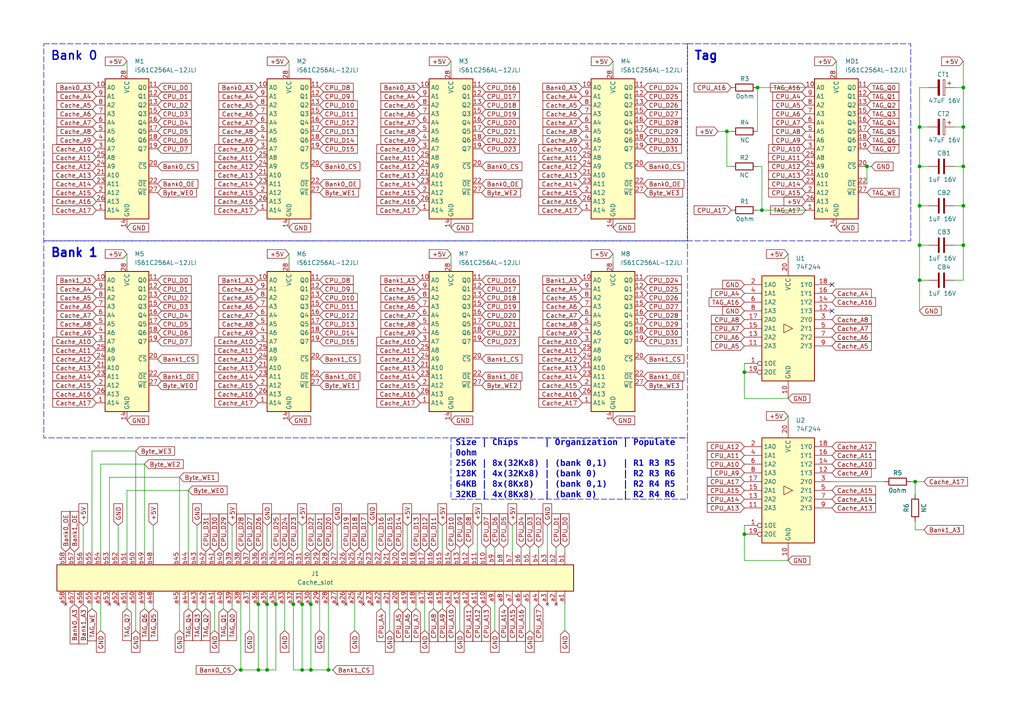
<source format=kicad_sch>
(kicad_sch (version 20231120) (generator "eeschema") (generator_version "8.0")
  (paper "A4")
  (title_block (title "Cache slot for FIC 486-GAC2") (date "2024-02-10") (company "Rasz_pl"))
  (lib_symbols
    (symbol "74xx:74HCT244"
      (property "Reference" "U" (at -7.62 16.51 0))
      (property "Value" "74HCT244" (at -7.62 -16.51 0))
      (symbol "74HCT244_1_0"
        (pin input inverted (at -12.7 -10.16 0) (length 5.08) (name "1OE") (number "1"))
        (pin power_in line (at 0 -20.32 90) (length 5.08) (name "GND") (number "10"))
        (pin input line (at -12.7 -5.08 0) (length 5.08) (name "2A3") (number "11"))
        (pin tri_state line (at 12.7 5.08 180) (length 5.08) (name "1Y3") (number "12"))
        (pin input line (at -12.7 -2.54 0) (length 5.08) (name "2A2") (number "13"))
        (pin tri_state line (at 12.7 7.62 180) (length 5.08) (name "1Y2") (number "14"))
        (pin input line (at -12.7 0 0) (length 5.08) (name "2A1") (number "15"))
        (pin tri_state line (at 12.7 10.16 180) (length 5.08) (name "1Y1") (number "16"))
        (pin input line (at -12.7 2.54 0) (length 5.08) (name "2A0") (number "17"))
        (pin tri_state line (at 12.7 12.7 180) (length 5.08) (name "1Y0") (number "18"))
        (pin input inverted (at -12.7 -12.7 0) (length 5.08) (name "2OE") (number "19"))
        (pin input line (at -12.7 12.7 0) (length 5.08) (name "1A0") (number "2"))
        (pin power_in line (at 0 20.32 270) (length 5.08) (name "VCC") (number "20"))
        (pin tri_state line (at 12.7 2.54 180) (length 5.08) (name "2Y0") (number "3"))
        (pin input line (at -12.7 10.16 0) (length 5.08) (name "1A1") (number "4"))
        (pin tri_state line (at 12.7 0 180) (length 5.08) (name "2Y1") (number "5"))
        (pin input line (at -12.7 7.62 0) (length 5.08) (name "1A2") (number "6"))
        (pin tri_state line (at 12.7 -2.54 180) (length 5.08) (name "2Y2") (number "7"))
        (pin input line (at -12.7 5.08 0) (length 5.08) (name "1A3") (number "8"))
        (pin tri_state line (at 12.7 -5.08 180) (length 5.08) (name "2Y3") (number "9"))
      )
    )
    (symbol "Device:C" (pin_numbers hide) (pin_names (offset 0.254))
      (property "Reference" "C" (at 0.635 2.54 0))
      (property "Value" "C" (at 0.635 -2.54 0))
      (symbol "C_1_1"
        (pin passive line (at 0 3.81 270) (length 2.794) (name "~") (number "1"))
        (pin passive line (at 0 -3.81 90) (length 2.794) (name "~") (number "2"))
      )
    )
    (symbol "Device:C_Polarized" (pin_numbers hide) (pin_names (offset 0.254))
      (property "Reference" "C" (at 0.635 2.54 0))
      (property "Value" "C_Polarized" (at 0.635 -2.54 0))
      (symbol "C_Polarized_1_1"
        (pin passive line (at 0 3.81 270) (length 2.794) (name "~") (number "1"))
        (pin passive line (at 0 -3.81 90) (length 2.794) (name "~") (number "2"))
      )
    )
    (symbol "Device:R" (pin_numbers hide) (pin_names (offset 0))
      (property "Reference" "R" (at 2.032 0 90))
      (property "Value" "R" (at 0 0 90))
      (symbol "R_1_1"
        (pin passive line (at 0 3.81 270) (length 1.27) (name "~") (number "1"))
        (pin passive line (at 0 -3.81 90) (length 1.27) (name "~") (number "2"))
      )
    )
    (symbol "cache_slot:Cache_slot"
      (property "Reference" "J" (at 0 1.27 0))
      (property "Value" "Cache_slot" (at 0 -1.27 0))
      (symbol "Cache_slot_1_1"
        (pin power_in line (at 72.39 -7.62 90) (length 3.81) (name "") (number "a1"))
        (pin output line (at 49.53 -7.62 90) (length 3.81) (name "") (number "a10"))
        (pin output line (at 46.99 -7.62 90) (length 3.81) (name "") (number "a11"))
        (pin output line (at 44.45 -7.62 90) (length 3.81) (name "") (number "a12"))
        (pin power_in line (at 41.91 -7.62 90) (length 3.81) (name "") (number "a13"))
        (pin output line (at 39.37 -7.62 90) (length 3.81) (name "") (number "a14"))
        (pin output line (at 36.83 -7.62 90) (length 3.81) (name "") (number "a15"))
        (pin output line (at 34.29 -7.62 90) (length 3.81) (name "") (number "a16"))
        (pin power_in line (at 31.75 -7.62 90) (length 3.81) (name "") (number "a17"))
        (pin output line (at 29.21 -7.62 90) (length 3.81) (name "") (number "a18"))
        (pin output line (at 26.67 -7.62 90) (length 3.81) (name "") (number "a19"))
        (pin no_connect line (at 69.85 -7.62 90) (length 3.81) (name "") (number "a2"))
        (pin output line (at 24.13 -7.62 90) (length 3.81) (name "") (number "a20"))
        (pin power_in line (at 21.59 -7.62 90) (length 3.81) (name "") (number "a21"))
        (pin output line (at 19.05 -7.62 90) (length 3.81) (name "") (number "a22"))
        (pin no_connect line (at 16.51 -7.62 90) (length 3.81) (name "") (number "a23"))
        (pin no_connect line (at 13.97 -7.62 90) (length 3.81) (name "") (number "a24"))
        (pin power_in line (at 11.43 -7.62 90) (length 3.81) (name "") (number "a25"))
        (pin no_connect line (at 8.89 -7.62 90) (length 3.81) (name "") (number "a26"))
        (pin no_connect line (at 6.35 -7.62 90) (length 3.81) (name "") (number "a27"))
        (pin output line (at 3.81 -7.62 90) (length 3.81) (name "") (number "a28"))
        (pin power_in line (at 1.27 -7.62 90) (length 3.81) (name "") (number "a29"))
        (pin no_connect line (at 67.31 -7.62 90) (length 3.81) (name "") (number "a3"))
        (pin input line (at -1.27 -7.62 90) (length 3.81) (name "") (number "a30"))
        (pin input line (at -3.81 -7.62 90) (length 3.81) (name "") (number "a31"))
        (pin input line (at -6.35 -7.62 90) (length 3.81) (name "") (number "a32"))
        (pin power_in line (at -8.89 -7.62 90) (length 3.81) (name "") (number "a33"))
        (pin output line (at -11.43 -7.62 90) (length 3.81) (name "") (number "a34"))
        (pin input line (at -13.97 -7.62 90) (length 3.81) (name "") (number "a35"))
        (pin input line (at -16.51 -7.62 90) (length 3.81) (name "") (number "a36"))
        (pin power_in line (at -19.05 -7.62 90) (length 3.81) (name "") (number "a37"))
        (pin input line (at -21.59 -7.62 90) (length 3.81) (name "") (number "a38"))
        (pin tri_state line (at -24.13 -7.62 90) (length 3.81) (name "") (number "a39"))
        (pin output line (at 64.77 -7.62 90) (length 3.81) (name "") (number "a4"))
        (pin tri_state line (at -26.67 -7.62 90) (length 3.81) (name "") (number "a40"))
        (pin power_in line (at -29.21 -7.62 90) (length 3.81) (name "") (number "a41"))
        (pin tri_state line (at -31.75 -7.62 90) (length 3.81) (name "") (number "a42"))
        (pin tri_state line (at -34.29 -7.62 90) (length 3.81) (name "") (number "a43"))
        (pin tri_state line (at -36.83 -7.62 90) (length 3.81) (name "") (number "a44"))
        (pin power_in line (at -39.37 -7.62 90) (length 3.81) (name "") (number "a45"))
        (pin tri_state line (at -46.99 -7.62 90) (length 3.81) (name "") (number "a48"))
        (pin tri_state line (at -49.53 -7.62 90) (length 3.81) (name "") (number "a49"))
        (pin power_in line (at 62.23 -7.62 90) (length 3.81) (name "") (number "a5"))
        (pin power_in line (at -52.07 -7.62 90) (length 3.81) (name "") (number "a50"))
        (pin tri_state line (at -54.61 -7.62 90) (length 3.81) (name "") (number "a51"))
        (pin no_connect line (at -57.15 -7.62 90) (length 3.81) (name "") (number "a52"))
        (pin no_connect line (at -59.69 -7.62 90) (length 3.81) (name "") (number "a53"))
        (pin power_in line (at -62.23 -7.62 90) (length 3.81) (name "") (number "a54"))
        (pin tri_state line (at -64.77 -7.62 90) (length 3.81) (name "") (number "a55"))
        (pin tri_state line (at -67.31 -7.62 90) (length 3.81) (name "") (number "a56"))
        (pin tri_state line (at -69.85 -7.62 90) (length 3.81) (name "") (number "a57"))
        (pin no_connect line (at -72.39 -7.62 90) (length 3.81) (name "") (number "a58"))
        (pin output line (at 59.69 -7.62 90) (length 3.81) (name "") (number "a6"))
        (pin output line (at 57.15 -7.62 90) (length 3.81) (name "") (number "a7"))
        (pin output line (at 54.61 -7.62 90) (length 3.81) (name "") (number "a8"))
        (pin power_in line (at 52.07 -7.62 90) (length 3.81) (name "") (number "a9"))
        (pin tri_state line (at 72.39 7.62 270) (length 3.81) (name "") (number "b1"))
        (pin tri_state line (at 49.53 7.62 270) (length 3.81) (name "") (number "b10"))
        (pin power_in line (at 46.99 7.62 270) (length 3.81) (name "") (number "b11"))
        (pin tri_state line (at 44.45 7.62 270) (length 3.81) (name "") (number "b12"))
        (pin tri_state line (at 41.91 7.62 270) (length 3.81) (name "") (number "b13"))
        (pin tri_state line (at 39.37 7.62 270) (length 3.81) (name "") (number "b14"))
        (pin power_in line (at 36.83 7.62 270) (length 3.81) (name "") (number "b15"))
        (pin tri_state line (at 34.29 7.62 270) (length 3.81) (name "") (number "b16"))
        (pin tri_state line (at 31.75 7.62 270) (length 3.81) (name "") (number "b17"))
        (pin tri_state line (at 29.21 7.62 270) (length 3.81) (name "") (number "b18"))
        (pin power_in line (at 26.67 7.62 270) (length 3.81) (name "") (number "b19"))
        (pin tri_state line (at 69.85 7.62 270) (length 3.81) (name "") (number "b2"))
        (pin tri_state line (at 24.13 7.62 270) (length 3.81) (name "") (number "b20"))
        (pin tri_state line (at 21.59 7.62 270) (length 3.81) (name "") (number "b21"))
        (pin tri_state line (at 19.05 7.62 270) (length 3.81) (name "") (number "b22"))
        (pin power_in line (at 16.51 7.62 270) (length 3.81) (name "") (number "b23"))
        (pin tri_state line (at 13.97 7.62 270) (length 3.81) (name "") (number "b24"))
        (pin tri_state line (at 11.43 7.62 270) (length 3.81) (name "") (number "b25"))
        (pin tri_state line (at 8.89 7.62 270) (length 3.81) (name "") (number "b26"))
        (pin power_in line (at 6.35 7.62 270) (length 3.81) (name "") (number "b27"))
        (pin tri_state line (at 3.81 7.62 270) (length 3.81) (name "") (number "b28"))
        (pin tri_state line (at 1.27 7.62 270) (length 3.81) (name "") (number "b29"))
        (pin power_in line (at 67.31 7.62 270) (length 3.81) (name "") (number "b3"))
        (pin tri_state line (at -1.27 7.62 270) (length 3.81) (name "") (number "b30"))
        (pin power_in line (at -3.81 7.62 270) (length 3.81) (name "") (number "b31"))
        (pin tri_state line (at -6.35 7.62 270) (length 3.81) (name "") (number "b32"))
        (pin tri_state line (at -8.89 7.62 270) (length 3.81) (name "") (number "b33"))
        (pin tri_state line (at -11.43 7.62 270) (length 3.81) (name "") (number "b34"))
        (pin power_in line (at -13.97 7.62 270) (length 3.81) (name "") (number "b35"))
        (pin tri_state line (at -16.51 7.62 270) (length 3.81) (name "") (number "b36"))
        (pin tri_state line (at -19.05 7.62 270) (length 3.81) (name "") (number "b37"))
        (pin tri_state line (at -21.59 7.62 270) (length 3.81) (name "") (number "b38"))
        (pin power_in line (at -24.13 7.62 270) (length 3.81) (name "") (number "b39"))
        (pin tri_state line (at 64.77 7.62 270) (length 3.81) (name "") (number "b4"))
        (pin tri_state line (at -26.67 7.62 270) (length 3.81) (name "") (number "b40"))
        (pin tri_state line (at -29.21 7.62 270) (length 3.81) (name "") (number "b41"))
        (pin tri_state line (at -31.75 7.62 270) (length 3.81) (name "") (number "b42"))
        (pin power_out line (at -34.29 7.62 270) (length 3.81) (name "") (number "b43"))
        (pin output line (at -36.83 7.62 270) (length 3.81) (name "") (number "b44"))
        (pin output line (at -39.37 7.62 270) (length 3.81) (name "") (number "b45"))
        (pin power_out line (at -46.99 7.62 270) (length 3.81) (name "") (number "b48"))
        (pin output line (at -49.53 7.62 270) (length 3.81) (name "") (number "b49"))
        (pin tri_state line (at 62.23 7.62 270) (length 3.81) (name "") (number "b5"))
        (pin output line (at -52.07 7.62 270) (length 3.81) (name "") (number "b50"))
        (pin input line (at -54.61 7.62 270) (length 3.81) (name "") (number "b51"))
        (pin power_in line (at -57.15 7.62 270) (length 3.81) (name "") (number "b52"))
        (pin input line (at -59.69 7.62 270) (length 3.81) (name "") (number "b53"))
        (pin input line (at -62.23 7.62 270) (length 3.81) (name "") (number "b54"))
        (pin input line (at -64.77 7.62 270) (length 3.81) (name "") (number "b55"))
        (pin power_in line (at -67.31 7.62 270) (length 3.81) (name "") (number "b56"))
        (pin output line (at -69.85 7.62 270) (length 3.81) (name "") (number "b57"))
        (pin output line (at -72.39 7.62 270) (length 3.81) (name "") (number "b58"))
        (pin tri_state line (at 59.69 7.62 270) (length 3.81) (name "") (number "b6"))
        (pin power_in line (at 57.15 7.62 270) (length 3.81) (name "") (number "b7"))
        (pin tri_state line (at 54.61 7.62 270) (length 3.81) (name "") (number "b8"))
        (pin tri_state line (at 52.07 7.62 270) (length 3.81) (name "") (number "b9"))
      )
    )
    (symbol "um61256as_slim:UM61256AS_slim"
      (property "Reference" "M8" (at 2.1941 25.4 0))
      (property "Value" "UM61256AS" (at 2.1941 22.86 0))
      (symbol "UM61256AS_slim_0_0"
        (pin power_in line (at 0 -22.86 90) (length 2.54) (name "GND") (number "14"))
        (pin power_in line (at 0 22.86 270) (length 2.54) (name "VCC") (number "28"))
      )
      (symbol "UM61256AS_slim_1_1"
        (pin input line (at -8.89 -17.78 0) (length 2.54) (name "A14") (number "1"))
        (pin input line (at -8.89 17.78 0) (length 2.54) (name "A0") (number "10"))
        (pin tri_state line (at 8.89 17.78 180) (length 2.54) (name "Q0") (number "11"))
        (pin tri_state line (at 8.89 15.24 180) (length 2.54) (name "Q1") (number "12"))
        (pin tri_state line (at 8.89 12.7 180) (length 2.54) (name "Q2") (number "13"))
        (pin tri_state line (at 8.89 10.16 180) (length 2.54) (name "Q3") (number "15"))
        (pin tri_state line (at 8.89 7.62 180) (length 2.54) (name "Q4") (number "16"))
        (pin tri_state line (at 8.89 5.08 180) (length 2.54) (name "Q5") (number "17"))
        (pin tri_state line (at 8.89 2.54 180) (length 2.54) (name "Q6") (number "18"))
        (pin tri_state line (at 8.89 0 180) (length 2.54) (name "Q7") (number "19"))
        (pin input line (at -8.89 -12.7 0) (length 2.54) (name "A12") (number "2"))
        (pin input line (at 8.89 -5.08 180) (length 2.54) (name "~{CS}") (number "20"))
        (pin input line (at -8.89 -7.62 0) (length 2.54) (name "A10") (number "21"))
        (pin input line (at 8.89 -10.16 180) (length 2.54) (name "~{OE}") (number "22"))
        (pin input line (at -8.89 -10.16 0) (length 2.54) (name "A11") (number "23"))
        (pin input line (at -8.89 -5.08 0) (length 2.54) (name "A9") (number "24"))
        (pin input line (at -8.89 -2.54 0) (length 2.54) (name "A8") (number "25"))
        (pin input line (at -8.89 -15.24 0) (length 2.54) (name "A13") (number "26"))
        (pin input line (at 8.89 -12.7 180) (length 2.54) (name "~{WE}") (number "27"))
        (pin input line (at -8.89 0 0) (length 2.54) (name "A7") (number "3"))
        (pin input line (at -8.89 2.54 0) (length 2.54) (name "A6") (number "4"))
        (pin input line (at -8.89 5.08 0) (length 2.54) (name "A5") (number "5"))
        (pin input line (at -8.89 7.62 0) (length 2.54) (name "A4") (number "6"))
        (pin input line (at -8.89 10.16 0) (length 2.54) (name "A3") (number "7"))
        (pin input line (at -8.89 12.7 0) (length 2.54) (name "A2") (number "8"))
        (pin input line (at -8.89 15.24 0) (length 2.54) (name "A1") (number "9"))
      )
    )
  )
  (junction (at 87.63 194.31))
  (junction (at 215.9 107.95))
  (junction (at 215.9 154.94))
  (junction (at 90.17 194.31))
  (junction (at 279.4 48.26))
  (junction (at 77.47 194.31))
  (junction (at 279.4 25.4))
  (junction (at 266.7 36.83))
  (junction (at 279.4 59.69))
  (junction (at 219.71 25.4))
  (junction (at 266.7 59.69))
  (junction (at 80.01 175.26))
  (junction (at 266.7 71.12))
  (junction (at 220.98 60.96))
  (junction (at 85.09 175.26))
  (junction (at 279.4 71.12))
  (junction (at 95.25 194.31))
  (junction (at 74.93 175.26))
  (junction (at 74.93 194.31))
  (junction (at 266.7 81.28))
  (junction (at 90.17 175.26))
  (junction (at 266.7 48.26))
  (junction (at 210.82 38.1))
  (junction (at 87.63 175.26))
  (junction (at 279.4 36.83))
  (junction (at 265.43 139.7))
  (junction (at 251.46 48.26))
  (junction (at 69.85 194.31))
  (junction (at 77.47 175.26))
  (no_connect (at 241.3 90.17))
  (no_connect (at 241.3 82.55))
  (wire (pts (xy 115.57 176.53) (xy 115.57 175.26)))
  (wire (pts (xy 163.83 175.26) (xy 163.83 182.88)))
  (wire (pts (xy 265.43 139.7) (xy 265.43 143.51)))
  (wire (pts (xy 153.67 158.75) (xy 153.67 160.02)))
  (wire (pts (xy 153.67 182.88) (xy 153.67 175.26)))
  (wire (pts (xy 34.29 152.4) (xy 34.29 160.02)))
  (wire (pts (xy 279.4 25.4) (xy 279.4 36.83)))
  (wire (pts (xy 31.75 138.43) (xy 52.07 138.43)))
  (wire (pts (xy 125.73 176.53) (xy 125.73 175.26)))
  (wire (pts (xy 279.4 59.69) (xy 279.4 71.12)))
  (wire (pts (xy 69.85 175.26) (xy 69.85 194.31)))
  (wire (pts (xy 44.45 152.4) (xy 44.45 160.02)))
  (wire (pts (xy 135.89 158.75) (xy 135.89 160.02)))
  (wire (pts (xy 215.9 162.56) (xy 228.6 162.56)))
  (wire (pts (xy 279.4 59.69) (xy 276.86 59.69)))
  (wire (pts (xy 266.7 71.12) (xy 266.7 81.28)))
  (wire (pts (xy 219.71 25.4) (xy 233.68 25.4)))
  (wire (pts (xy 26.67 176.53) (xy 26.67 175.26)))
  (wire (pts (xy 39.37 130.81) (xy 26.67 130.81)))
  (wire (pts (xy 143.51 182.88) (xy 143.51 175.26)))
  (wire (pts (xy 24.13 152.4) (xy 24.13 160.02)))
  (wire (pts (xy 148.59 160.02) (xy 148.59 152.4)))
  (wire (pts (xy 219.71 25.4) (xy 219.71 38.1)))
  (wire (pts (xy 57.15 176.53) (xy 57.15 175.26)))
  (wire (pts (xy 59.69 176.53) (xy 59.69 175.26)))
  (wire (pts (xy 77.47 173.99) (xy 77.47 175.26)))
  (wire (pts (xy 87.63 173.99) (xy 87.63 175.26)))
  (wire (pts (xy 251.46 48.26) (xy 251.46 53.34)))
  (wire (pts (xy 54.61 176.53) (xy 54.61 175.26)))
  (wire (pts (xy 219.71 60.96) (xy 220.98 60.96)))
  (wire (pts (xy 77.47 194.31) (xy 80.01 194.31)))
  (wire (pts (xy 266.7 81.28) (xy 266.7 90.17)))
  (wire (pts (xy 267.97 153.67) (xy 265.43 153.67)))
  (wire (pts (xy 68.58 194.31) (xy 69.85 194.31)))
  (wire (pts (xy 241.3 139.7) (xy 256.54 139.7)))
  (wire (pts (xy 107.95 152.4) (xy 107.95 160.02)))
  (wire (pts (xy 279.4 48.26) (xy 279.4 59.69)))
  (wire (pts (xy 85.09 173.99) (xy 85.09 175.26)))
  (wire (pts (xy 36.83 73.66) (xy 36.83 76.2)))
  (wire (pts (xy 39.37 182.88) (xy 39.37 175.26)))
  (wire (pts (xy 161.29 158.75) (xy 161.29 160.02)))
  (wire (pts (xy 215.9 154.94) (xy 215.9 162.56)))
  (wire (pts (xy 52.07 182.88) (xy 52.07 175.26)))
  (wire (pts (xy 266.7 59.69) (xy 269.24 59.69)))
  (wire (pts (xy 218.44 25.4) (xy 219.71 25.4)))
  (wire (pts (xy 83.82 17.78) (xy 83.82 20.32)))
  (wire (pts (xy 80.01 173.99) (xy 80.01 175.26)))
  (wire (pts (xy 133.35 158.75) (xy 133.35 160.02)))
  (wire (pts (xy 118.11 176.53) (xy 118.11 175.26)))
  (wire (pts (xy 123.19 182.88) (xy 123.19 175.26)))
  (wire (pts (xy 228.6 73.66) (xy 228.6 74.93)))
  (wire (pts (xy 163.83 158.75) (xy 163.83 160.02)))
  (wire (pts (xy 208.28 38.1) (xy 210.82 38.1)))
  (wire (pts (xy 215.9 105.41) (xy 215.9 107.95)))
  (wire (pts (xy 95.25 194.31) (xy 96.52 194.31)))
  (wire (pts (xy 279.4 17.78) (xy 279.4 25.4)))
  (wire (pts (xy 85.09 194.31) (xy 87.63 194.31)))
  (wire (pts (xy 266.7 48.26) (xy 269.24 48.26)))
  (wire (pts (xy 62.23 182.88) (xy 62.23 175.26)))
  (wire (pts (xy 242.57 17.78) (xy 242.57 20.32)))
  (wire (pts (xy 210.82 48.26) (xy 210.82 38.1)))
  (wire (pts (xy 74.93 175.26) (xy 74.93 194.31)))
  (wire (pts (xy 77.47 160.02) (xy 77.47 152.4)))
  (wire (pts (xy 228.6 120.65) (xy 228.6 121.92)))
  (wire (pts (xy 72.39 182.88) (xy 72.39 175.26)))
  (wire (pts (xy 118.11 160.02) (xy 118.11 152.4)))
  (wire (pts (xy 31.75 138.43) (xy 31.75 160.02)))
  (wire (pts (xy 279.4 25.4) (xy 276.86 25.4)))
  (wire (pts (xy 210.82 38.1) (xy 212.09 38.1)))
  (wire (pts (xy 265.43 139.7) (xy 267.97 139.7)))
  (wire (pts (xy 215.9 115.57) (xy 228.6 115.57)))
  (wire (pts (xy 41.91 134.62) (xy 41.91 160.02)))
  (wire (pts (xy 279.4 36.83) (xy 276.86 36.83)))
  (wire (pts (xy 29.21 134.62) (xy 29.21 160.02)))
  (wire (pts (xy 279.4 36.83) (xy 279.4 48.26)))
  (wire (pts (xy 52.07 160.02) (xy 52.07 138.43)))
  (wire (pts (xy 138.43 160.02) (xy 138.43 152.4)))
  (wire (pts (xy 97.79 160.02) (xy 97.79 152.4)))
  (wire (pts (xy 95.25 194.31) (xy 95.25 175.26)))
  (wire (pts (xy 177.8 73.66) (xy 177.8 76.2)))
  (wire (pts (xy 140.97 158.75) (xy 140.97 160.02)))
  (wire (pts (xy 54.61 160.02) (xy 54.61 142.24)))
  (wire (pts (xy 279.4 48.26) (xy 276.86 48.26)))
  (wire (pts (xy 41.91 176.53) (xy 41.91 175.26)))
  (wire (pts (xy 215.9 152.4) (xy 215.9 154.94)))
  (wire (pts (xy 110.49 176.53) (xy 110.49 175.26)))
  (wire (pts (xy 36.83 17.78) (xy 36.83 20.32)))
  (wire (pts (xy 80.01 175.26) (xy 80.01 194.31)))
  (wire (pts (xy 276.86 81.28) (xy 279.4 81.28)))
  (wire (pts (xy 36.83 142.24) (xy 36.83 160.02)))
  (wire (pts (xy 102.87 182.88) (xy 102.87 175.26)))
  (wire (pts (xy 130.81 73.66) (xy 130.81 76.2)))
  (wire (pts (xy 90.17 173.99) (xy 90.17 175.26)))
  (wire (pts (xy 113.03 182.88) (xy 113.03 175.26)))
  (wire (pts (xy 87.63 160.02) (xy 87.63 152.4)))
  (wire (pts (xy 220.98 48.26) (xy 219.71 48.26)))
  (wire (pts (xy 220.98 60.96) (xy 233.68 60.96)))
  (wire (pts (xy 151.13 158.75) (xy 151.13 160.02)))
  (wire (pts (xy 133.35 182.88) (xy 133.35 175.26)))
  (wire (pts (xy 36.83 176.53) (xy 36.83 175.26)))
  (wire (pts (xy 26.67 130.81) (xy 26.67 160.02)))
  (wire (pts (xy 177.8 17.78) (xy 177.8 20.32)))
  (wire (pts (xy 266.7 36.83) (xy 269.24 36.83)))
  (wire (pts (xy 130.81 17.78) (xy 130.81 20.32)))
  (wire (pts (xy 266.7 59.69) (xy 266.7 71.12)))
  (wire (pts (xy 120.65 176.53) (xy 120.65 175.26)))
  (wire (pts (xy 266.7 48.26) (xy 266.7 59.69)))
  (wire (pts (xy 266.7 25.4) (xy 269.24 25.4)))
  (wire (pts (xy 67.31 152.4) (xy 67.31 160.02)))
  (wire (pts (xy 82.55 182.88) (xy 82.55 175.26)))
  (wire (pts (xy 74.93 194.31) (xy 77.47 194.31)))
  (wire (pts (xy 158.75 160.02) (xy 158.75 152.4)))
  (wire (pts (xy 77.47 175.26) (xy 77.47 194.31)))
  (wire (pts (xy 67.31 176.53) (xy 67.31 175.26)))
  (wire (pts (xy 57.15 160.02) (xy 57.15 152.4)))
  (wire (pts (xy 265.43 153.67) (xy 265.43 151.13)))
  (wire (pts (xy 264.16 139.7) (xy 265.43 139.7)))
  (wire (pts (xy 90.17 175.26) (xy 90.17 194.31)))
  (wire (pts (xy 279.4 71.12) (xy 279.4 81.28)))
  (wire (pts (xy 212.09 48.26) (xy 210.82 48.26)))
  (wire (pts (xy 87.63 175.26) (xy 87.63 194.31)))
  (wire (pts (xy 44.45 176.53) (xy 44.45 175.26)))
  (wire (pts (xy 41.91 134.62) (xy 29.21 134.62)))
  (wire (pts (xy 215.9 107.95) (xy 215.9 115.57)))
  (wire (pts (xy 279.4 71.12) (xy 276.86 71.12)))
  (wire (pts (xy 69.85 194.31) (xy 74.93 194.31)))
  (wire (pts (xy 92.71 182.88) (xy 92.71 175.26)))
  (wire (pts (xy 266.7 36.83) (xy 266.7 48.26)))
  (wire (pts (xy 74.93 173.99) (xy 74.93 175.26)))
  (wire (pts (xy 251.46 48.26) (xy 252.73 48.26)))
  (wire (pts (xy 64.77 176.53) (xy 64.77 175.26)))
  (wire (pts (xy 266.7 81.28) (xy 269.24 81.28)))
  (wire (pts (xy 128.27 176.53) (xy 128.27 175.26)))
  (wire (pts (xy 128.27 160.02) (xy 128.27 152.4)))
  (wire (pts (xy 156.21 158.75) (xy 156.21 160.02)))
  (wire (pts (xy 29.21 182.88) (xy 29.21 175.26)))
  (wire (pts (xy 85.09 175.26) (xy 85.09 194.31)))
  (wire (pts (xy 39.37 160.02) (xy 39.37 130.81)))
  (wire (pts (xy 220.98 48.26) (xy 220.98 60.96)))
  (wire (pts (xy 83.82 73.66) (xy 83.82 76.2)))
  (wire (pts (xy 87.63 194.31) (xy 90.17 194.31)))
  (wire (pts (xy 146.05 158.75) (xy 146.05 160.02)))
  (wire (pts (xy 95.25 194.31) (xy 90.17 194.31)))
  (wire (pts (xy 36.83 142.24) (xy 54.61 142.24)))
  (wire (pts (xy 143.51 158.75) (xy 143.51 160.02)))
  (wire (pts (xy 266.7 71.12) (xy 269.24 71.12)))
  (wire (pts (xy 266.7 25.4) (xy 266.7 36.83)))
  (text_box "Bank 0" (at 12.7 12.7 0) (size 186.69 57.15) (stroke (width 0) (type dash)) (effects (font (size 2.5 2.5) (thickness 0.4) (bold yes)) (justify left top)))
  (text_box "Tag" (at 199.39 12.7 0) (size 64.77 57.15) (stroke (width 0) (type dash)) (effects (font (size 2.5 2.5) (thickness 0.5) (bold yes)) (justify left top)))
  (text_box "Size | Chips     | Organization | Populate 0ohm\n256K | 8x(32Kx8) | (bank 0,1)   | R1 R3 R5\n128K | 4x(32Kx8) | (bank 0)     | R2 R3 R6\n64KB | 8x(8Kx8)  | (bank 0,1)   | R2 R4 R5\n32KB | 4x(8Kx8)  | (bank 0)     | R2 R4 R6" (at 130.81 127 0) (size 68.58 17.78) (stroke (width 0) (type dash)) (effects (font (size 1.8 1.8) (thickness 0.4) (bold yes)) (justify left)))
  (text_box "Bank 1" (at 12.7 69.85 0) (size 186.69 57.15) (stroke (width 0) (type dash)) (effects (font (size 2.5 2.5) (thickness 0.5) (bold yes)) (justify left top)))
  (global_label "CPU_D30" (shape input) (at 186.69 40.64 0) (property "Intersheetrefs" "${INTERSHEET_REFS}" (effects (hide yes))))
  (global_label "CPU_D11" (shape input) (at 125.73 160.02 90) (property "Intersheetrefs" "${INTERSHEET_REFS}" (effects (hide yes))))
  (global_label "CPU_D24" (shape input) (at 186.69 25.4 0) (property "Intersheetrefs" "${INTERSHEET_REFS}" (effects (hide yes))))
  (global_label "GND" (shape input) (at 215.9 82.55 180) (property "Intersheetrefs" "${INTERSHEET_REFS}" (effects (hide yes))))
  (global_label "Cache_A6" (shape input) (at 168.91 88.9 180) (property "Intersheetrefs" "${INTERSHEET_REFS}" (effects (hide yes))))
  (global_label "Byte_WE2" (shape input) (at 139.7 111.76 0) (property "Intersheetrefs" "${INTERSHEET_REFS}" (effects (hide yes))))
  (global_label "Cache_A11" (shape input) (at 121.92 101.6 180) (property "Intersheetrefs" "${INTERSHEET_REFS}" (effects (hide yes))))
  (global_label "Byte_WE3" (shape input) (at 39.37 130.81 0) (property "Intersheetrefs" "${INTERSHEET_REFS}" (effects (hide yes))))
  (global_label "GND" (shape input) (at 34.29 152.4 90) (property "Intersheetrefs" "${INTERSHEET_REFS}" (effects (hide yes))))
  (global_label "CPU_A11" (shape input) (at 233.68 45.72 180) (property "Intersheetrefs" "${INTERSHEET_REFS}" (effects (hide yes))))
  (global_label "CPU_D16" (shape input) (at 139.7 81.28 0) (property "Intersheetrefs" "${INTERSHEET_REFS}" (effects (hide yes))))
  (global_label "CPU_D21" (shape input) (at 92.71 160.02 90) (property "Intersheetrefs" "${INTERSHEET_REFS}" (effects (hide yes))))
  (global_label "Cache_A4" (shape input) (at 241.3 85.09 0) (property "Intersheetrefs" "${INTERSHEET_REFS}" (effects (hide yes))))
  (global_label "+5V" (shape input) (at 118.11 152.4 90) (property "Intersheetrefs" "${INTERSHEET_REFS}" (effects (hide yes))))
  (global_label "CPU_A7" (shape input) (at 215.9 95.25 180) (property "Intersheetrefs" "${INTERSHEET_REFS}" (effects (hide yes))))
  (global_label "TAG_Q3" (shape input) (at 57.15 176.53 270) (property "Intersheetrefs" "${INTERSHEET_REFS}" (effects (hide yes))))
  (global_label "CPU_D15" (shape input) (at 113.03 160.02 90) (property "Intersheetrefs" "${INTERSHEET_REFS}" (effects (hide yes))))
  (global_label "TAG_A16" (shape input) (at 215.9 87.63 180) (property "Intersheetrefs" "${INTERSHEET_REFS}" (effects (hide yes))))
  (global_label "GND" (shape input) (at 52.07 182.88 270) (property "Intersheetrefs" "${INTERSHEET_REFS}" (effects (hide yes))))
  (global_label "CPU_D7" (shape input) (at 45.72 43.18 0) (property "Intersheetrefs" "${INTERSHEET_REFS}" (effects (hide yes))))
  (global_label "Cache_A16" (shape input) (at 74.93 114.3 180) (property "Intersheetrefs" "${INTERSHEET_REFS}" (effects (hide yes))))
  (global_label "Byte_WE0" (shape input) (at 45.72 55.88 0) (property "Intersheetrefs" "${INTERSHEET_REFS}" (effects (hide yes))))
  (global_label "Cache_A16" (shape input) (at 74.93 58.42 180) (property "Intersheetrefs" "${INTERSHEET_REFS}" (effects (hide yes))))
  (global_label "Cache_A9" (shape input) (at 168.91 96.52 180) (property "Intersheetrefs" "${INTERSHEET_REFS}" (effects (hide yes))))
  (global_label "Cache_A6" (shape input) (at 27.94 33.02 180) (property "Intersheetrefs" "${INTERSHEET_REFS}" (effects (hide yes))))
  (global_label "CPU_D1" (shape input) (at 45.72 83.82 0) (property "Intersheetrefs" "${INTERSHEET_REFS}" (effects (hide yes))))
  (global_label "CPU_D15" (shape input) (at 92.71 99.06 0) (property "Intersheetrefs" "${INTERSHEET_REFS}" (effects (hide yes))))
  (global_label "CPU_D13" (shape input) (at 92.71 38.1 0) (property "Intersheetrefs" "${INTERSHEET_REFS}" (effects (hide yes))))
  (global_label "GND" (shape input) (at 123.19 182.88 270) (property "Intersheetrefs" "${INTERSHEET_REFS}" (effects (hide yes))))
  (global_label "CPU_D18" (shape input) (at 139.7 30.48 0) (property "Intersheetrefs" "${INTERSHEET_REFS}" (effects (hide yes))))
  (global_label "CPU_D27" (shape input) (at 72.39 160.02 90) (property "Intersheetrefs" "${INTERSHEET_REFS}" (effects (hide yes))))
  (global_label "CPU_D23" (shape input) (at 139.7 43.18 0) (property "Intersheetrefs" "${INTERSHEET_REFS}" (effects (hide yes))))
  (global_label "CPU_D4" (shape input) (at 45.72 35.56 0) (property "Intersheetrefs" "${INTERSHEET_REFS}" (effects (hide yes))))
  (global_label "CPU_A8" (shape input) (at 125.73 176.53 270) (property "Intersheetrefs" "${INTERSHEET_REFS}" (effects (hide yes))))
  (global_label "CPU_A9" (shape input) (at 215.9 137.16 180) (property "Intersheetrefs" "${INTERSHEET_REFS}" (effects (hide yes))))
  (global_label "Cache_A17" (shape input) (at 267.97 139.7 0) (property "Intersheetrefs" "${INTERSHEET_REFS}" (effects (hide yes))))
  (global_label "Cache_A13" (shape input) (at 121.92 50.8 180) (property "Intersheetrefs" "${INTERSHEET_REFS}" (effects (hide yes))))
  (global_label "Cache_A8" (shape input) (at 241.3 92.71 0) (property "Intersheetrefs" "${INTERSHEET_REFS}" (effects (hide yes))))
  (global_label "Cache_A8" (shape input) (at 27.94 93.98 180) (property "Intersheetrefs" "${INTERSHEET_REFS}" (effects (hide yes))))
  (global_label "CPU_D12" (shape input) (at 92.71 91.44 0) (property "Intersheetrefs" "${INTERSHEET_REFS}" (effects (hide yes))))
  (global_label "Bank0_A3" (shape input) (at 21.59 175.26 270) (property "Intersheetrefs" "${INTERSHEET_REFS}" (effects (hide yes))))
  (global_label "Cache_A13" (shape input) (at 241.3 147.32 0) (property "Intersheetrefs" "${INTERSHEET_REFS}" (effects (hide yes))))
  (global_label "CPU_A10" (shape input) (at 130.81 175.26 270) (property "Intersheetrefs" "${INTERSHEET_REFS}" (effects (hide yes))))
  (global_label "Bank1_OE" (shape input) (at 45.72 109.22 0) (property "Intersheetrefs" "${INTERSHEET_REFS}" (effects (hide yes))))
  (global_label "CPU_A15" (shape input) (at 233.68 55.88 180) (property "Intersheetrefs" "${INTERSHEET_REFS}" (effects (hide yes))))
  (global_label "CPU_D10" (shape input) (at 92.71 30.48 0) (property "Intersheetrefs" "${INTERSHEET_REFS}" (effects (hide yes))))
  (global_label "CPU_D22" (shape input) (at 90.17 160.02 90) (property "Intersheetrefs" "${INTERSHEET_REFS}" (effects (hide yes))))
  (global_label "Cache_A15" (shape input) (at 168.91 111.76 180) (property "Intersheetrefs" "${INTERSHEET_REFS}" (effects (hide yes))))
  (global_label "Byte_WE3" (shape input) (at 186.69 55.88 0) (property "Intersheetrefs" "${INTERSHEET_REFS}" (effects (hide yes))))
  (global_label "Byte_WE0" (shape input) (at 54.61 142.24 0) (property "Intersheetrefs" "${INTERSHEET_REFS}" (effects (hide yes))))
  (global_label "CPU_D0" (shape input) (at 45.72 81.28 0) (property "Intersheetrefs" "${INTERSHEET_REFS}" (effects (hide yes))))
  (global_label "Cache_A10" (shape input) (at 74.93 43.18 180) (property "Intersheetrefs" "${INTERSHEET_REFS}" (effects (hide yes))))
  (global_label "Cache_A17" (shape input) (at 74.93 116.84 180) (property "Intersheetrefs" "${INTERSHEET_REFS}" (effects (hide yes))))
  (global_label "Cache_A7" (shape input) (at 241.3 95.25 0) (property "Intersheetrefs" "${INTERSHEET_REFS}" (effects (hide yes))))
  (global_label "Cache_A13" (shape input) (at 168.91 50.8 180) (property "Intersheetrefs" "${INTERSHEET_REFS}" (effects (hide yes))))
  (global_label "Cache_A13" (shape input) (at 74.93 50.8 180) (property "Intersheetrefs" "${INTERSHEET_REFS}" (effects (hide yes))))
  (global_label "GND" (shape input) (at 77.47 152.4 90) (property "Intersheetrefs" "${INTERSHEET_REFS}" (effects (hide yes))))
  (global_label "CPU_D6" (shape input) (at 45.72 40.64 0) (property "Intersheetrefs" "${INTERSHEET_REFS}" (effects (hide yes))))
  (global_label "TAG_Q6" (shape input) (at 251.46 40.64 0) (property "Intersheetrefs" "${INTERSHEET_REFS}" (effects (hide yes))))
  (global_label "CPU_D11" (shape input) (at 92.71 33.02 0) (property "Intersheetrefs" "${INTERSHEET_REFS}" (effects (hide yes))))
  (global_label "Cache_A9" (shape input) (at 27.94 40.64 180) (property "Intersheetrefs" "${INTERSHEET_REFS}" (effects (hide yes))))
  (global_label "Cache_A7" (shape input) (at 74.93 91.44 180) (property "Intersheetrefs" "${INTERSHEET_REFS}" (effects (hide yes))))
  (global_label "Cache_A17" (shape input) (at 168.91 60.96 180) (property "Intersheetrefs" "${INTERSHEET_REFS}" (effects (hide yes))))
  (global_label "Bank1_A3" (shape input) (at 267.97 153.67 0) (property "Intersheetrefs" "${INTERSHEET_REFS}" (effects (hide yes))))
  (global_label "GND" (shape input) (at 92.71 182.88 270) (property "Intersheetrefs" "${INTERSHEET_REFS}" (effects (hide yes))))
  (global_label "GND" (shape input) (at 252.73 48.26 0) (property "Intersheetrefs" "${INTERSHEET_REFS}" (effects (hide yes))))
  (global_label "+5V" (shape input) (at 242.57 17.78 180) (property "Intersheetrefs" "${INTERSHEET_REFS}" (effects (hide yes))))
  (global_label "Cache_A12" (shape input) (at 168.91 104.14 180) (property "Intersheetrefs" "${INTERSHEET_REFS}" (effects (hide yes))))
  (global_label "Cache_A7" (shape input) (at 121.92 91.44 180) (property "Intersheetrefs" "${INTERSHEET_REFS}" (effects (hide yes))))
  (global_label "CPU_A9" (shape input) (at 233.68 40.64 180) (property "Intersheetrefs" "${INTERSHEET_REFS}" (effects (hide yes))))
  (global_label "CPU_D14" (shape input) (at 92.71 40.64 0) (property "Intersheetrefs" "${INTERSHEET_REFS}" (effects (hide yes))))
  (global_label "+5V" (shape input) (at 67.31 152.4 90) (property "Intersheetrefs" "${INTERSHEET_REFS}" (effects (hide yes))))
  (global_label "Cache_A16" (shape input) (at 121.92 58.42 180) (property "Intersheetrefs" "${INTERSHEET_REFS}" (effects (hide yes))))
  (global_label "Cache_A13" (shape input) (at 168.91 106.68 180) (property "Intersheetrefs" "${INTERSHEET_REFS}" (effects (hide yes))))
  (global_label "Cache_A6" (shape input) (at 168.91 33.02 180) (property "Intersheetrefs" "${INTERSHEET_REFS}" (effects (hide yes))))
  (global_label "Byte_WE3" (shape input) (at 186.69 111.76 0) (property "Intersheetrefs" "${INTERSHEET_REFS}" (effects (hide yes))))
  (global_label "CPU_D31" (shape input) (at 186.69 43.18 0) (property "Intersheetrefs" "${INTERSHEET_REFS}" (effects (hide yes))))
  (global_label "Cache_A12" (shape input) (at 27.94 48.26 180) (property "Intersheetrefs" "${INTERSHEET_REFS}" (effects (hide yes))))
  (global_label "TAG_Q4" (shape input) (at 54.61 176.53 270) (property "Intersheetrefs" "${INTERSHEET_REFS}" (effects (hide yes))))
  (global_label "CPU_D19" (shape input) (at 139.7 88.9 0) (property "Intersheetrefs" "${INTERSHEET_REFS}" (effects (hide yes))))
  (global_label "CPU_A4" (shape input) (at 110.49 176.53 270) (property "Intersheetrefs" "${INTERSHEET_REFS}" (effects (hide yes))))
  (global_label "CPU_D4" (shape input) (at 151.13 158.75 90) (property "Intersheetrefs" "${INTERSHEET_REFS}" (effects (hide yes))))
  (global_label "TAG_Q3" (shape input) (at 251.46 33.02 0) (property "Intersheetrefs" "${INTERSHEET_REFS}" (effects (hide yes))))
  (global_label "Cache_A14" (shape input) (at 121.92 53.34 180) (property "Intersheetrefs" "${INTERSHEET_REFS}" (effects (hide yes))))
  (global_label "CPU_A16" (shape input) (at 212.09 25.4 180) (property "Intersheetrefs" "${INTERSHEET_REFS}" (effects (hide yes))))
  (global_label "GND" (shape input) (at 107.95 152.4 90) (property "Intersheetrefs" "${INTERSHEET_REFS}" (effects (hide yes))))
  (global_label "Cache_A8" (shape input) (at 168.91 38.1 180) (property "Intersheetrefs" "${INTERSHEET_REFS}" (effects (hide yes))))
  (global_label "GND" (shape input) (at 36.83 121.92 0) (property "Intersheetrefs" "${INTERSHEET_REFS}" (effects (hide yes))))
  (global_label "GND" (shape input) (at 102.87 182.88 270) (property "Intersheetrefs" "${INTERSHEET_REFS}" (effects (hide yes))))
  (global_label "TAG_Q4" (shape input) (at 251.46 35.56 0) (property "Intersheetrefs" "${INTERSHEET_REFS}" (effects (hide yes))))
  (global_label "Cache_A11" (shape input) (at 121.92 45.72 180) (property "Intersheetrefs" "${INTERSHEET_REFS}" (effects (hide yes))))
  (global_label "Bank0_OE" (shape input) (at 45.72 53.34 0) (property "Intersheetrefs" "${INTERSHEET_REFS}" (effects (hide yes))))
  (global_label "CPU_A5" (shape input) (at 115.57 176.53 270) (property "Intersheetrefs" "${INTERSHEET_REFS}" (effects (hide yes))))
  (global_label "Cache_A4" (shape input) (at 27.94 83.82 180) (property "Intersheetrefs" "${INTERSHEET_REFS}" (effects (hide yes))))
  (global_label "CPU_A15" (shape input) (at 215.9 142.24 180) (property "Intersheetrefs" "${INTERSHEET_REFS}" (effects (hide yes))))
  (global_label "Cache_A12" (shape input) (at 121.92 48.26 180) (property "Intersheetrefs" "${INTERSHEET_REFS}" (effects (hide yes))))
  (global_label "CPU_D20" (shape input) (at 139.7 35.56 0) (property "Intersheetrefs" "${INTERSHEET_REFS}" (effects (hide yes))))
  (global_label "+5V" (shape input) (at 83.82 73.66 180) (property "Intersheetrefs" "${INTERSHEET_REFS}" (effects (hide yes))))
  (global_label "Cache_A15" (shape input) (at 27.94 111.76 180) (property "Intersheetrefs" "${INTERSHEET_REFS}" (effects (hide yes))))
  (global_label "Cache_A8" (shape input) (at 168.91 93.98 180) (property "Intersheetrefs" "${INTERSHEET_REFS}" (effects (hide yes))))
  (global_label "Cache_A14" (shape input) (at 27.94 109.22 180) (property "Intersheetrefs" "${INTERSHEET_REFS}" (effects (hide yes))))
  (global_label "Bank1_OE" (shape input) (at 92.71 109.22 0) (property "Intersheetrefs" "${INTERSHEET_REFS}" (effects (hide yes))))
  (global_label "Cache_A12" (shape input) (at 74.93 104.14 180) (property "Intersheetrefs" "${INTERSHEET_REFS}" (effects (hide yes))))
  (global_label "CPU_A10" (shape input) (at 215.9 134.62 180) (property "Intersheetrefs" "${INTERSHEET_REFS}" (effects (hide yes))))
  (global_label "TAG_A17" (shape input) (at 233.68 60.96 180) (property "Intersheetrefs" "${INTERSHEET_REFS}" (effects (hide yes))))
  (global_label "CPU_A8" (shape input) (at 215.9 92.71 180) (property "Intersheetrefs" "${INTERSHEET_REFS}" (effects (hide yes))))
  (global_label "CPU_D26" (shape input) (at 74.93 160.02 90) (property "Intersheetrefs" "${INTERSHEET_REFS}" (effects (hide yes))))
  (global_label "CPU_A4" (shape input) (at 233.68 27.94 180) (property "Intersheetrefs" "${INTERSHEET_REFS}" (effects (hide yes))))
  (global_label "Cache_A15" (shape input) (at 168.91 55.88 180) (property "Intersheetrefs" "${INTERSHEET_REFS}" (effects (hide yes))))
  (global_label "+5V" (shape input) (at 228.6 120.65 180) (property "Intersheetrefs" "${INTERSHEET_REFS}" (effects (hide yes))))
  (global_label "Bank1_CS" (shape input) (at 96.52 194.31 0) (property "Intersheetrefs" "${INTERSHEET_REFS}" (effects (hide yes))))
  (global_label "Bank0_CS" (shape input) (at 92.71 48.26 0) (property "Intersheetrefs" "${INTERSHEET_REFS}" (effects (hide yes))))
  (global_label "+5V" (shape input) (at 36.83 73.66 180) (property "Intersheetrefs" "${INTERSHEET_REFS}" (effects (hide yes))))
  (global_label "Cache_A17" (shape input) (at 27.94 116.84 180) (property "Intersheetrefs" "${INTERSHEET_REFS}" (effects (hide yes))))
  (global_label "Cache_A10" (shape input) (at 121.92 99.06 180) (property "Intersheetrefs" "${INTERSHEET_REFS}" (effects (hide yes))))
  (global_label "+5V" (shape input) (at 138.43 152.4 90) (property "Intersheetrefs" "${INTERSHEET_REFS}" (effects (hide yes))))
  (global_label "Cache_A6" (shape input) (at 121.92 88.9 180) (property "Intersheetrefs" "${INTERSHEET_REFS}" (effects (hide yes))))
  (global_label "CPU_D2" (shape input) (at 45.72 30.48 0) (property "Intersheetrefs" "${INTERSHEET_REFS}" (effects (hide yes))))
  (global_label "TAG_Q2" (shape input) (at 251.46 30.48 0) (property "Intersheetrefs" "${INTERSHEET_REFS}" (effects (hide yes))))
  (global_label "Bank1_OE" (shape input) (at 186.69 109.22 0) (property "Intersheetrefs" "${INTERSHEET_REFS}" (effects (hide yes))))
  (global_label "Cache_A14" (shape input) (at 168.91 109.22 180) (property "Intersheetrefs" "${INTERSHEET_REFS}" (effects (hide yes))))
  (global_label "Cache_A9" (shape input) (at 121.92 96.52 180) (property "Intersheetrefs" "${INTERSHEET_REFS}" (effects (hide yes))))
  (global_label "Cache_A15" (shape input) (at 27.94 55.88 180) (property "Intersheetrefs" "${INTERSHEET_REFS}" (effects (hide yes))))
  (global_label "+5V" (shape input) (at 228.6 73.66 180) (property "Intersheetrefs" "${INTERSHEET_REFS}" (effects (hide yes))))
  (global_label "GND" (shape input) (at 29.21 182.88 270) (property "Intersheetrefs" "${INTERSHEET_REFS}" (effects (hide yes))))
  (global_label "CPU_D6" (shape input) (at 45.72 96.52 0) (property "Intersheetrefs" "${INTERSHEET_REFS}" (effects (hide yes))))
  (global_label "GND" (shape input) (at 57.15 152.4 90) (property "Intersheetrefs" "${INTERSHEET_REFS}" (effects (hide yes))))
  (global_label "Bank0_OE" (shape input) (at 19.05 160.02 90) (property "Intersheetrefs" "${INTERSHEET_REFS}" (effects (hide yes))))
  (global_label "CPU_D28" (shape input) (at 69.85 160.02 90) (property "Intersheetrefs" "${INTERSHEET_REFS}" (effects (hide yes))))
  (global_label "Bank0_A3" (shape input) (at 74.93 25.4 180) (property "Intersheetrefs" "${INTERSHEET_REFS}" (effects (hide yes))))
  (global_label "Cache_A10" (shape input) (at 168.91 99.06 180) (property "Intersheetrefs" "${INTERSHEET_REFS}" (effects (hide yes))))
  (global_label "CPU_A13" (shape input) (at 140.97 175.26 270) (property "Intersheetrefs" "${INTERSHEET_REFS}" (effects (hide yes))))
  (global_label "Cache_A8" (shape input) (at 74.93 38.1 180) (property "Intersheetrefs" "${INTERSHEET_REFS}" (effects (hide yes))))
  (global_label "CPU_D31" (shape input) (at 186.69 99.06 0) (property "Intersheetrefs" "${INTERSHEET_REFS}" (effects (hide yes))))
  (global_label "GND" (shape input) (at 83.82 66.04 0) (property "Intersheetrefs" "${INTERSHEET_REFS}" (effects (hide yes))))
  (global_label "Cache_A14" (shape input) (at 74.93 109.22 180) (property "Intersheetrefs" "${INTERSHEET_REFS}" (effects (hide yes))))
  (global_label "CPU_D28" (shape input) (at 186.69 91.44 0) (property "Intersheetrefs" "${INTERSHEET_REFS}" (effects (hide yes))))
  (global_label "CPU_A11" (shape input) (at 215.9 132.08 180) (property "Intersheetrefs" "${INTERSHEET_REFS}" (effects (hide yes))))
  (global_label "+5V" (shape input) (at 130.81 17.78 180) (property "Intersheetrefs" "${INTERSHEET_REFS}" (effects (hide yes))))
  (global_label "Cache_A5" (shape input) (at 168.91 30.48 180) (property "Intersheetrefs" "${INTERSHEET_REFS}" (effects (hide yes))))
  (global_label "Bank1_OE" (shape input) (at 21.59 160.02 90) (property "Intersheetrefs" "${INTERSHEET_REFS}" (effects (hide yes))))
  (global_label "Bank1_OE" (shape input) (at 139.7 109.22 0) (property "Intersheetrefs" "${INTERSHEET_REFS}" (effects (hide yes))))
  (global_label "GND" (shape input) (at 163.83 182.88 270) (property "Intersheetrefs" "${INTERSHEET_REFS}" (effects (hide yes))))
  (global_label "Byte_WE2" (shape input) (at 41.91 134.62 0) (property "Intersheetrefs" "${INTERSHEET_REFS}" (effects (hide yes))))
  (global_label "CPU_D12" (shape input) (at 123.19 160.02 90) (property "Intersheetrefs" "${INTERSHEET_REFS}" (effects (hide yes))))
  (global_label "CPU_D22" (shape input) (at 139.7 96.52 0) (property "Intersheetrefs" "${INTERSHEET_REFS}" (effects (hide yes))))
  (global_label "Cache_A15" (shape input) (at 121.92 111.76 180) (property "Intersheetrefs" "${INTERSHEET_REFS}" (effects (hide yes))))
  (global_label "Cache_A6" (shape input) (at 74.93 88.9 180) (property "Intersheetrefs" "${INTERSHEET_REFS}" (effects (hide yes))))
  (global_label "CPU_D16" (shape input) (at 110.49 160.02 90) (property "Intersheetrefs" "${INTERSHEET_REFS}" (effects (hide yes))))
  (global_label "Bank1_A3" (shape input) (at 121.92 81.28 180) (property "Intersheetrefs" "${INTERSHEET_REFS}" (effects (hide yes))))
  (global_label "Cache_A12" (shape input) (at 168.91 48.26 180) (property "Intersheetrefs" "${INTERSHEET_REFS}" (effects (hide yes))))
  (global_label "GND" (shape input) (at 215.9 90.17 180) (property "Intersheetrefs" "${INTERSHEET_REFS}" (effects (hide yes))))
  (global_label "+5V" (shape input) (at 177.8 17.78 180) (property "Intersheetrefs" "${INTERSHEET_REFS}" (effects (hide yes))))
  (global_label "Cache_A4" (shape input) (at 121.92 27.94 180) (property "Intersheetrefs" "${INTERSHEET_REFS}" (effects (hide yes))))
  (global_label "CPU_D1" (shape input) (at 161.29 158.75 90) (property "Intersheetrefs" "${INTERSHEET_REFS}" (effects (hide yes))))
  (global_label "Byte_WE1" (shape input) (at 92.71 55.88 0) (property "Intersheetrefs" "${INTERSHEET_REFS}" (effects (hide yes))))
  (global_label "Byte_WE1" (shape input) (at 52.07 138.43 0) (property "Intersheetrefs" "${INTERSHEET_REFS}" (effects (hide yes))))
  (global_label "Cache_A14" (shape input) (at 27.94 53.34 180) (property "Intersheetrefs" "${INTERSHEET_REFS}" (effects (hide yes))))
  (global_label "Bank1_A3" (shape input) (at 74.93 81.28 180) (property "Intersheetrefs" "${INTERSHEET_REFS}" (effects (hide yes))))
  (global_label "Cache_A11" (shape input) (at 74.93 45.72 180) (property "Intersheetrefs" "${INTERSHEET_REFS}" (effects (hide yes))))
  (global_label "Cache_A9" (shape input) (at 168.91 40.64 180) (property "Intersheetrefs" "${INTERSHEET_REFS}" (effects (hide yes))))
  (global_label "CPU_D27" (shape input) (at 186.69 33.02 0) (property "Intersheetrefs" "${INTERSHEET_REFS}" (effects (hide yes))))
  (global_label "GND" (shape input) (at 228.6 162.56 0) (property "Intersheetrefs" "${INTERSHEET_REFS}" (effects (hide yes))))
  (global_label "CPU_A4" (shape input) (at 215.9 85.09 180) (property "Intersheetrefs" "${INTERSHEET_REFS}" (effects (hide yes))))
  (global_label "Cache_A5" (shape input) (at 27.94 30.48 180) (property "Intersheetrefs" "${INTERSHEET_REFS}" (effects (hide yes))))
  (global_label "Cache_A12" (shape input) (at 74.93 48.26 180) (property "Intersheetrefs" "${INTERSHEET_REFS}" (effects (hide yes))))
  (global_label "TAG_WE" (shape input) (at 26.67 176.53 270) (property "Intersheetrefs" "${INTERSHEET_REFS}" (effects (hide yes))))
  (global_label "Bank1_A3" (shape input) (at 168.91 81.28 180) (property "Intersheetrefs" "${INTERSHEET_REFS}" (effects (hide yes))))
  (global_label "Cache_A5" (shape input) (at 241.3 100.33 0) (property "Intersheetrefs" "${INTERSHEET_REFS}" (effects (hide yes))))
  (global_label "CPU_A10" (shape input) (at 233.68 43.18 180) (property "Intersheetrefs" "${INTERSHEET_REFS}" (effects (hide yes))))
  (global_label "Cache_A8" (shape input) (at 121.92 38.1 180) (property "Intersheetrefs" "${INTERSHEET_REFS}" (effects (hide yes))))
  (global_label "+5V" (shape input) (at 83.82 17.78 180) (property "Intersheetrefs" "${INTERSHEET_REFS}" (effects (hide yes))))
  (global_label "TAG_Q1" (shape input) (at 64.77 176.53 270) (property "Intersheetrefs" "${INTERSHEET_REFS}" (effects (hide yes))))
  (global_label "Cache_A16" (shape input) (at 27.94 58.42 180) (property "Intersheetrefs" "${INTERSHEET_REFS}" (effects (hide yes))))
  (global_label "Byte_WE1" (shape input) (at 92.71 111.76 0) (property "Intersheetrefs" "${INTERSHEET_REFS}" (effects (hide yes))))
  (global_label "CPU_A8" (shape input) (at 233.68 38.1 180) (property "Intersheetrefs" "${INTERSHEET_REFS}" (effects (hide yes))))
  (global_label "Cache_A4" (shape input) (at 74.93 83.82 180) (property "Intersheetrefs" "${INTERSHEET_REFS}" (effects (hide yes))))
  (global_label "Cache_A8" (shape input) (at 27.94 38.1 180) (property "Intersheetrefs" "${INTERSHEET_REFS}" (effects (hide yes))))
  (global_label "TAG_Q5" (shape input) (at 44.45 176.53 270) (property "Intersheetrefs" "${INTERSHEET_REFS}" (effects (hide yes))))
  (global_label "Cache_A10" (shape input) (at 27.94 43.18 180) (property "Intersheetrefs" "${INTERSHEET_REFS}" (effects (hide yes))))
  (global_label "CPU_D9" (shape input) (at 92.71 83.82 0) (property "Intersheetrefs" "${INTERSHEET_REFS}" (effects (hide yes))))
  (global_label "Bank0_CS" (shape input) (at 139.7 48.26 0) (property "Intersheetrefs" "${INTERSHEET_REFS}" (effects (hide yes))))
  (global_label "CPU_D22" (shape input) (at 139.7 40.64 0) (property "Intersheetrefs" "${INTERSHEET_REFS}" (effects (hide yes))))
  (global_label "CPU_D30" (shape input) (at 186.69 96.52 0) (property "Intersheetrefs" "${INTERSHEET_REFS}" (effects (hide yes))))
  (global_label "CPU_A13" (shape input) (at 233.68 50.8 180) (property "Intersheetrefs" "${INTERSHEET_REFS}" (effects (hide yes))))
  (global_label "CPU_D21" (shape input) (at 139.7 38.1 0) (property "Intersheetrefs" "${INTERSHEET_REFS}" (effects (hide yes))))
  (global_label "Cache_A5" (shape input) (at 27.94 86.36 180) (property "Intersheetrefs" "${INTERSHEET_REFS}" (effects (hide yes))))
  (global_label "+5V" (shape input) (at 128.27 152.4 90) (property "Intersheetrefs" "${INTERSHEET_REFS}" (effects (hide yes))))
  (global_label "CPU_A13" (shape input) (at 215.9 147.32 180) (property "Intersheetrefs" "${INTERSHEET_REFS}" (effects (hide yes))))
  (global_label "Cache_A12" (shape input) (at 121.92 104.14 180) (property "Intersheetrefs" "${INTERSHEET_REFS}" (effects (hide yes))))
  (global_label "Cache_A16" (shape input) (at 121.92 114.3 180) (property "Intersheetrefs" "${INTERSHEET_REFS}" (effects (hide yes))))
  (global_label "TAG_Q6" (shape input) (at 41.91 176.53 270) (property "Intersheetrefs" "${INTERSHEET_REFS}" (effects (hide yes))))
  (global_label "Bank0_OE" (shape input) (at 139.7 53.34 0) (property "Intersheetrefs" "${INTERSHEET_REFS}" (effects (hide yes))))
  (global_label "Cache_A14" (shape input) (at 241.3 144.78 0) (property "Intersheetrefs" "${INTERSHEET_REFS}" (effects (hide yes))))
  (global_label "Cache_A11" (shape input) (at 74.93 101.6 180) (property "Intersheetrefs" "${INTERSHEET_REFS}" (effects (hide yes))))
  (global_label "Cache_A5" (shape input) (at 74.93 30.48 180) (property "Intersheetrefs" "${INTERSHEET_REFS}" (effects (hide yes))))
  (global_label "Bank0_OE" (shape input) (at 92.71 53.34 0) (property "Intersheetrefs" "${INTERSHEET_REFS}" (effects (hide yes))))
  (global_label "CPU_A6" (shape input) (at 118.11 176.53 270) (property "Intersheetrefs" "${INTERSHEET_REFS}" (effects (hide yes))))
  (global_label "Cache_A9" (shape input) (at 74.93 96.52 180) (property "Intersheetrefs" "${INTERSHEET_REFS}" (effects (hide yes))))
  (global_label "CPU_D25" (shape input) (at 186.69 27.94 0) (property "Intersheetrefs" "${INTERSHEET_REFS}" (effects (hide yes))))
  (global_label "CPU_D26" (shape input) (at 186.69 86.36 0) (property "Intersheetrefs" "${INTERSHEET_REFS}" (effects (hide yes))))
  (global_label "Bank0_CS" (shape input) (at 186.69 48.26 0) (property "Intersheetrefs" "${INTERSHEET_REFS}" (effects (hide yes))))
  (global_label "CPU_D24" (shape input) (at 186.69 81.28 0) (property "Intersheetrefs" "${INTERSHEET_REFS}" (effects (hide yes))))
  (global_label "Cache_A9" (shape input) (at 74.93 40.64 180) (property "Intersheetrefs" "${INTERSHEET_REFS}" (effects (hide yes))))
  (global_label "Cache_A15" (shape input) (at 121.92 55.88 180) (property "Intersheetrefs" "${INTERSHEET_REFS}" (effects (hide yes))))
  (global_label "CPU_D18" (shape input) (at 139.7 86.36 0) (property "Intersheetrefs" "${INTERSHEET_REFS}" (effects (hide yes))))
  (global_label "GND" (shape input) (at 153.67 182.88 270) (property "Intersheetrefs" "${INTERSHEET_REFS}" (effects (hide yes))))
  (global_label "CPU_D18" (shape input) (at 102.87 160.02 90) (property "Intersheetrefs" "${INTERSHEET_REFS}" (effects (hide yes))))
  (global_label "Cache_A5" (shape input) (at 74.93 86.36 180) (property "Intersheetrefs" "${INTERSHEET_REFS}" (effects (hide yes))))
  (global_label "Cache_A16" (shape input) (at 27.94 114.3 180) (property "Intersheetrefs" "${INTERSHEET_REFS}" (effects (hide yes))))
  (global_label "CPU_D30" (shape input) (at 62.23 160.02 90) (property "Intersheetrefs" "${INTERSHEET_REFS}" (effects (hide yes))))
  (global_label "Cache_A5" (shape input) (at 121.92 86.36 180) (property "Intersheetrefs" "${INTERSHEET_REFS}" (effects (hide yes))))
  (global_label "Cache_A17" (shape input) (at 74.93 60.96 180) (property "Intersheetrefs" "${INTERSHEET_REFS}" (effects (hide yes))))
  (global_label "Bank0_A3" (shape input) (at 27.94 25.4 180) (property "Intersheetrefs" "${INTERSHEET_REFS}" (effects (hide yes))))
  (global_label "CPU_D5" (shape input) (at 146.05 158.75 90) (property "Intersheetrefs" "${INTERSHEET_REFS}" (effects (hide yes))))
  (global_label "CPU_D12" (shape input) (at 92.71 35.56 0) (property "Intersheetrefs" "${INTERSHEET_REFS}" (effects (hide yes))))
  (global_label "Cache_A10" (shape input) (at 241.3 134.62 0) (property "Intersheetrefs" "${INTERSHEET_REFS}" (effects (hide yes))))
  (global_label "TAG_WE" (shape input) (at 251.46 55.88 0) (property "Intersheetrefs" "${INTERSHEET_REFS}" (effects (hide yes))))
  (global_label "+5V" (shape input) (at 177.8 73.66 180) (property "Intersheetrefs" "${INTERSHEET_REFS}" (effects (hide yes))))
  (global_label "TAG_A16" (shape input) (at 233.68 25.4 180) (property "Intersheetrefs" "${INTERSHEET_REFS}" (effects (hide yes))))
  (global_label "GND" (shape input) (at 177.8 66.04 0) (property "Intersheetrefs" "${INTERSHEET_REFS}" (effects (hide yes))))
  (global_label "+5V" (shape input) (at 36.83 17.78 180) (property "Intersheetrefs" "${INTERSHEET_REFS}" (effects (hide yes))))
  (global_label "GND" (shape input) (at 158.75 152.4 90) (property "Intersheetrefs" "${INTERSHEET_REFS}" (effects (hide yes))))
  (global_label "Cache_A4" (shape input) (at 168.91 83.82 180) (property "Intersheetrefs" "${INTERSHEET_REFS}" (effects (hide yes))))
  (global_label "TAG_Q0" (shape input) (at 251.46 25.4 0) (property "Intersheetrefs" "${INTERSHEET_REFS}" (effects (hide yes))))
  (global_label "CPU_A17" (shape input) (at 215.9 139.7 180) (property "Intersheetrefs" "${INTERSHEET_REFS}" (effects (hide yes))))
  (global_label "Cache_A14" (shape input) (at 74.93 53.34 180) (property "Intersheetrefs" "${INTERSHEET_REFS}" (effects (hide yes))))
  (global_label "CPU_D15" (shape input) (at 92.71 43.18 0) (property "Intersheetrefs" "${INTERSHEET_REFS}" (effects (hide yes))))
  (global_label "Cache_A15" (shape input) (at 74.93 55.88 180) (property "Intersheetrefs" "${INTERSHEET_REFS}" (effects (hide yes))))
  (global_label "+5V" (shape input) (at 130.81 73.66 180) (property "Intersheetrefs" "${INTERSHEET_REFS}" (effects (hide yes))))
  (global_label "CPU_A6" (shape input) (at 215.9 97.79 180) (property "Intersheetrefs" "${INTERSHEET_REFS}" (effects (hide yes))))
  (global_label "CPU_D5" (shape input) (at 45.72 93.98 0) (property "Intersheetrefs" "${INTERSHEET_REFS}" (effects (hide yes))))
  (global_label "+5V" (shape input) (at 148.59 152.4 90) (property "Intersheetrefs" "${INTERSHEET_REFS}" (effects (hide yes))))
  (global_label "Cache_A9" (shape input) (at 241.3 137.16 0) (property "Intersheetrefs" "${INTERSHEET_REFS}" (effects (hide yes))))
  (global_label "CPU_D20" (shape input) (at 139.7 91.44 0) (property "Intersheetrefs" "${INTERSHEET_REFS}" (effects (hide yes))))
  (global_label "Cache_A7" (shape input) (at 121.92 35.56 180) (property "Intersheetrefs" "${INTERSHEET_REFS}" (effects (hide yes))))
  (global_label "CPU_D8" (shape input) (at 92.71 25.4 0) (property "Intersheetrefs" "${INTERSHEET_REFS}" (effects (hide yes))))
  (global_label "CPU_D31" (shape input) (at 59.69 160.02 90) (property "Intersheetrefs" "${INTERSHEET_REFS}" (effects (hide yes))))
  (global_label "Cache_A12" (shape input) (at 27.94 104.14 180) (property "Intersheetrefs" "${INTERSHEET_REFS}" (effects (hide yes))))
  (global_label "CPU_D6" (shape input) (at 143.51 158.75 90) (property "Intersheetrefs" "${INTERSHEET_REFS}" (effects (hide yes))))
  (global_label "Cache_A13" (shape input) (at 74.93 106.68 180) (property "Intersheetrefs" "${INTERSHEET_REFS}" (effects (hide yes))))
  (global_label "CPU_A5" (shape input) (at 233.68 30.48 180) (property "Intersheetrefs" "${INTERSHEET_REFS}" (effects (hide yes))))
  (global_label "GND" (shape input) (at 39.37 182.88 270) (property "Intersheetrefs" "${INTERSHEET_REFS}" (effects (hide yes))))
  (global_label "CPU_D9" (shape input) (at 133.35 158.75 90) (property "Intersheetrefs" "${INTERSHEET_REFS}" (effects (hide yes))))
  (global_label "Cache_A11" (shape input) (at 241.3 132.08 0) (property "Intersheetrefs" "${INTERSHEET_REFS}" (effects (hide yes))))
  (global_label "+5V" (shape input) (at 279.4 17.78 180) (property "Intersheetrefs" "${INTERSHEET_REFS}" (effects (hide yes))))
  (global_label "Cache_A14" (shape input) (at 168.91 53.34 180) (property "Intersheetrefs" "${INTERSHEET_REFS}" (effects (hide yes))))
  (global_label "Cache_A10" (shape input) (at 168.91 43.18 180) (property "Intersheetrefs" "${INTERSHEET_REFS}" (effects (hide yes))))
  (global_label "Bank1_CS" (shape input) (at 92.71 104.14 0) (property "Intersheetrefs" "${INTERSHEET_REFS}" (effects (hide yes))))
  (global_label "TAG_Q0" (shape input) (at 67.31 176.53 270) (property "Intersheetrefs" "${INTERSHEET_REFS}" (effects (hide yes))))
  (global_label "GND" (shape input) (at 130.81 121.92 0) (property "Intersheetrefs" "${INTERSHEET_REFS}" (effects (hide yes))))
  (global_label "CPU_A12" (shape input) (at 138.43 175.26 270) (property "Intersheetrefs" "${INTERSHEET_REFS}" (effects (hide yes))))
  (global_label "Bank1_CS" (shape input) (at 139.7 104.14 0) (property "Intersheetrefs" "${INTERSHEET_REFS}" (effects (hide yes))))
  (global_label "CPU_D7" (shape input) (at 140.97 158.75 90) (property "Intersheetrefs" "${INTERSHEET_REFS}" (effects (hide yes))))
  (global_label "CPU_A15" (shape input) (at 148.59 175.26 270) (property "Intersheetrefs" "${INTERSHEET_REFS}" (effects (hide yes))))
  (global_label "CPU_D13" (shape input) (at 120.65 160.02 90) (property "Intersheetrefs" "${INTERSHEET_REFS}" (effects (hide yes))))
  (global_label "CPU_D9" (shape input) (at 92.71 27.94 0) (property "Intersheetrefs" "${INTERSHEET_REFS}" (effects (hide yes))))
  (global_label "CPU_D27" (shape input) (at 186.69 88.9 0) (property "Intersheetrefs" "${INTERSHEET_REFS}" (effects (hide yes))))
  (global_label "CPU_A14" (shape input) (at 215.9 144.78 180) (property "Intersheetrefs" "${INTERSHEET_REFS}" (effects (hide yes))))
  (global_label "GND" (shape input) (at 82.55 182.88 270) (property "Intersheetrefs" "${INTERSHEET_REFS}" (effects (hide yes))))
  (global_label "CPU_D4" (shape input) (at 45.72 91.44 0) (property "Intersheetrefs" "${INTERSHEET_REFS}" (effects (hide yes))))
  (global_label "GND" (shape input) (at 83.82 121.92 0) (property "Intersheetrefs" "${INTERSHEET_REFS}" (effects (hide yes))))
  (global_label "Cache_A6" (shape input) (at 27.94 88.9 180) (property "Intersheetrefs" "${INTERSHEET_REFS}" (effects (hide yes))))
  (global_label "CPU_D26" (shape input) (at 186.69 30.48 0) (property "Intersheetrefs" "${INTERSHEET_REFS}" (effects (hide yes))))
  (global_label "CPU_A12" (shape input) (at 215.9 129.54 180) (property "Intersheetrefs" "${INTERSHEET_REFS}" (effects (hide yes))))
  (global_label "CPU_D19" (shape input) (at 139.7 33.02 0) (property "Intersheetrefs" "${INTERSHEET_REFS}" (effects (hide yes))))
  (global_label "Cache_A15" (shape input) (at 74.93 111.76 180) (property "Intersheetrefs" "${INTERSHEET_REFS}" (effects (hide yes))))
  (global_label "+5V" (shape input) (at 87.63 152.4 90) (property "Intersheetrefs" "${INTERSHEET_REFS}" (effects (hide yes))))
  (global_label "GND" (shape input) (at 113.03 182.88 270) (property "Intersheetrefs" "${INTERSHEET_REFS}" (effects (hide yes))))
  (global_label "Cache_A11" (shape input) (at 27.94 45.72 180) (property "Intersheetrefs" "${INTERSHEET_REFS}" (effects (hide yes))))
  (global_label "TAG_Q1" (shape input) (at 251.46 27.94 0) (property "Intersheetrefs" "${INTERSHEET_REFS}" (effects (hide yes))))
  (global_label "GND" (shape input) (at 62.23 182.88 270) (property "Intersheetrefs" "${INTERSHEET_REFS}" (effects (hide yes))))
  (global_label "Cache_A10" (shape input) (at 121.92 43.18 180) (property "Intersheetrefs" "${INTERSHEET_REFS}" (effects (hide yes))))
  (global_label "Byte_WE0" (shape input) (at 45.72 111.76 0) (property "Intersheetrefs" "${INTERSHEET_REFS}" (effects (hide yes))))
  (global_label "+5V" (shape input) (at 44.45 152.4 90) (property "Intersheetrefs" "${INTERSHEET_REFS}" (effects (hide yes))))
  (global_label "Cache_A6" (shape input) (at 241.3 97.79 0) (property "Intersheetrefs" "${INTERSHEET_REFS}" (effects (hide yes))))
  (global_label "CPU_A7" (shape input) (at 233.68 35.56 180) (property "Intersheetrefs" "${INTERSHEET_REFS}" (effects (hide yes))))
  (global_label "CPU_D8" (shape input) (at 135.89 158.75 90) (property "Intersheetrefs" "${INTERSHEET_REFS}" (effects (hide yes))))
  (global_label "Cache_A17" (shape input) (at 27.94 60.96 180) (property "Intersheetrefs" "${INTERSHEET_REFS}" (effects (hide yes))))
  (global_label "Cache_A14" (shape input) (at 121.92 109.22 180) (property "Intersheetrefs" "${INTERSHEET_REFS}" (effects (hide yes))))
  (global_label "CPU_D3" (shape input) (at 45.72 33.02 0) (property "Intersheetrefs" "${INTERSHEET_REFS}" (effects (hide yes))))
  (global_label "CPU_A12" (shape input) (at 233.68 48.26 180) (property "Intersheetrefs" "${INTERSHEET_REFS}" (effects (hide yes))))
  (global_label "Bank1_A3" (shape input) (at 24.13 175.26 270) (property "Intersheetrefs" "${INTERSHEET_REFS}" (effects (hide yes))))
  (global_label "Cache_A15" (shape input) (at 241.3 142.24 0) (property "Intersheetrefs" "${INTERSHEET_REFS}" (effects (hide yes))))
  (global_label "Cache_A12" (shape input) (at 241.3 129.54 0) (property "Intersheetrefs" "${INTERSHEET_REFS}" (effects (hide yes))))
  (global_label "CPU_D0" (shape input) (at 45.72 25.4 0) (property "Intersheetrefs" "${INTERSHEET_REFS}" (effects (hide yes))))
  (global_label "CPU_A11" (shape input) (at 135.89 175.26 270) (property "Intersheetrefs" "${INTERSHEET_REFS}" (effects (hide yes))))
  (global_label "Cache_A9" (shape input) (at 121.92 40.64 180) (property "Intersheetrefs" "${INTERSHEET_REFS}" (effects (hide yes))))
  (global_label "Byte_WE2" (shape input) (at 139.7 55.88 0) (property "Intersheetrefs" "${INTERSHEET_REFS}" (effects (hide yes))))
  (global_label "GND" (shape input) (at 266.7 90.17 0) (property "Intersheetrefs" "${INTERSHEET_REFS}" (effects (hide yes))))
  (global_label "GND" (shape input) (at 242.57 66.04 0) (property "Intersheetrefs" "${INTERSHEET_REFS}" (effects (hide yes))))
  (global_label "CPU_D0" (shape input) (at 163.83 158.75 90) (property "Intersheetrefs" "${INTERSHEET_REFS}" (effects (hide yes))))
  (global_label "Bank1_CS" (shape input) (at 45.72 104.14 0) (property "Intersheetrefs" "${INTERSHEET_REFS}" (effects (hide yes))))
  (global_label "TAG_Q7" (shape input) (at 251.46 43.18 0) (property "Intersheetrefs" "${INTERSHEET_REFS}" (effects (hide yes))))
  (global_label "CPU_D20" (shape input) (at 95.25 160.02 90) (property "Intersheetrefs" "${INTERSHEET_REFS}" (effects (hide yes))))
  (global_label "CPU_A7" (shape input) (at 120.65 176.53 270) (property "Intersheetrefs" "${INTERSHEET_REFS}" (effects (hide yes))))
  (global_label "CPU_A14" (shape input) (at 146.05 175.26 270) (property "Intersheetrefs" "${INTERSHEET_REFS}" (effects (hide yes))))
  (global_label "CPU_D13" (shape input) (at 92.71 93.98 0) (property "Intersheetrefs" "${INTERSHEET_REFS}" (effects (hide yes))))
  (global_label "Cache_A11" (shape input) (at 168.91 45.72 180) (property "Intersheetrefs" "${INTERSHEET_REFS}" (effects (hide yes))))
  (global_label "CPU_D23" (shape input) (at 85.09 160.02 90) (property "Intersheetrefs" "${INTERSHEET_REFS}" (effects (hide yes))))
  (global_label "CPU_D11" (shape input) (at 92.71 88.9 0) (property "Intersheetrefs" "${INTERSHEET_REFS}" (effects (hide yes))))
  (global_label "Cache_A10" (shape input) (at 74.93 99.06 180) (property "Intersheetrefs" "${INTERSHEET_REFS}" (effects (hide yes))))
  (global_label "CPU_D17" (shape input) (at 139.7 83.82 0) (property "Intersheetrefs" "${INTERSHEET_REFS}" (effects (hide yes))))
  (global_label "GND" (shape input) (at 133.35 182.88 270) (property "Intersheetrefs" "${INTERSHEET_REFS}" (effects (hide yes))))
  (global_label "Bank1_A3" (shape input) (at 27.94 81.28 180) (property "Intersheetrefs" "${INTERSHEET_REFS}" (effects (hide yes))))
  (global_label "CPU_D2" (shape input) (at 156.21 158.75 90) (property "Intersheetrefs" "${INTERSHEET_REFS}" (effects (hide yes))))
  (global_label "Bank0_A3" (shape input) (at 121.92 25.4 180) (property "Intersheetrefs" "${INTERSHEET_REFS}" (effects (hide yes))))
  (global_label "CPU_D5" (shape input) (at 45.72 38.1 0) (property "Intersheetrefs" "${INTERSHEET_REFS}" (effects (hide yes))))
  (global_label "CPU_D3" (shape input) (at 153.67 158.75 90) (property "Intersheetrefs" "${INTERSHEET_REFS}" (effects (hide yes))))
  (global_label "Cache_A7" (shape input) (at 27.94 35.56 180) (property "Intersheetrefs" "${INTERSHEET_REFS}" (effects (hide yes))))
  (global_label "CPU_A14" (shape input) (at 233.68 53.34 180) (property "Intersheetrefs" "${INTERSHEET_REFS}" (effects (hide yes))))
  (global_label "CPU_D29" (shape input) (at 64.77 160.02 90) (property "Intersheetrefs" "${INTERSHEET_REFS}" (effects (hide yes))))
  (global_label "Cache_A4" (shape input) (at 74.93 27.94 180) (property "Intersheetrefs" "${INTERSHEET_REFS}" (effects (hide yes))))
  (global_label "CPU_D7" (shape input) (at 45.72 99.06 0) (property "Intersheetrefs" "${INTERSHEET_REFS}" (effects (hide yes))))
  (global_label "Cache_A11" (shape input) (at 168.91 101.6 180) (property "Intersheetrefs" "${INTERSHEET_REFS}" (effects (hide yes))))
  (global_label "GND" (shape input) (at 143.51 182.88 270) (property "Intersheetrefs" "${INTERSHEET_REFS}" (effects (hide yes))))
  (global_label "GND" (shape input) (at 130.81 66.04 0) (property "Intersheetrefs" "${INTERSHEET_REFS}" (effects (hide yes))))
  (global_label "Cache_A4" (shape input) (at 27.94 27.94 180) (property "Intersheetrefs" "${INTERSHEET_REFS}" (effects (hide yes))))
  (global_label "Cache_A10" (shape input) (at 27.94 99.06 180) (property "Intersheetrefs" "${INTERSHEET_REFS}" (effects (hide yes))))
  (global_label "Cache_A6" (shape input) (at 121.92 33.02 180) (property "Intersheetrefs" "${INTERSHEET_REFS}" (effects (hide yes))))
  (global_label "Cache_A7" (shape input) (at 27.94 91.44 180) (property "Intersheetrefs" "${INTERSHEET_REFS}" (effects (hide yes))))
  (global_label "CPU_D29" (shape input) (at 186.69 93.98 0) (property "Intersheetrefs" "${INTERSHEET_REFS}" (effects (hide yes))))
  (global_label "Cache_A17" (shape input) (at 121.92 60.96 180) (property "Intersheetrefs" "${INTERSHEET_REFS}" (effects (hide yes))))
  (global_label "CPU_D28" (shape input) (at 186.69 35.56 0) (property "Intersheetrefs" "${INTERSHEET_REFS}" (effects (hide yes))))
  (global_label "Cache_A16" (shape input) (at 241.3 87.63 0) (property "Intersheetrefs" "${INTERSHEET_REFS}" (effects (hide yes))))
  (global_label "CPU_A16" (shape input) (at 151.13 175.26 270) (property "Intersheetrefs" "${INTERSHEET_REFS}" (effects (hide yes))))
  (global_label "CPU_A17" (shape input) (at 212.09 60.96 180) (property "Intersheetrefs" "${INTERSHEET_REFS}" (effects (hide yes))))
  (global_label "CPU_D17" (shape input) (at 139.7 27.94 0) (property "Intersheetrefs" "${INTERSHEET_REFS}" (effects (hide yes))))
  (global_label "Cache_A16" (shape input) (at 168.91 114.3 180) (property "Intersheetrefs" "${INTERSHEET_REFS}" (effects (hide yes))))
  (global_label "Cache_A13" (shape input) (at 27.94 50.8 180) (property "Intersheetrefs" "${INTERSHEET_REFS}" (effects (hide yes))))
  (global_label "CPU_D14" (shape input) (at 92.71 96.52 0) (property "Intersheetrefs" "${INTERSHEET_REFS}" (effects (hide yes))))
  (global_label "Cache_A17" (shape input) (at 168.91 116.84 180) (property "Intersheetrefs" "${INTERSHEET_REFS}" (effects (hide yes))))
  (global_label "GND" (shape input) (at 72.39 182.88 270) (property "Intersheetrefs" "${INTERSHEET_REFS}" (effects (hide yes))))
  (global_label "CPU_D16" (shape input) (at 139.7 25.4 0) (property "Intersheetrefs" "${INTERSHEET_REFS}" (effects (hide yes))))
  (global_label "CPU_D25" (shape input) (at 80.01 160.02 90) (property "Intersheetrefs" "${INTERSHEET_REFS}" (effects (hide yes))))
  (global_label "Bank1_CS" (shape input) (at 186.69 104.14 0) (property "Intersheetrefs" "${INTERSHEET_REFS}" (effects (hide yes))))
  (global_label "TAG_Q7" (shape input) (at 36.83 176.53 270) (property "Intersheetrefs" "${INTERSHEET_REFS}" (effects (hide yes))))
  (global_label "Bank0_CS" (shape input) (at 68.58 194.31 180) (property "Intersheetrefs" "${INTERSHEET_REFS}" (effects (hide yes))))
  (global_label "+5V" (shape input) (at 233.68 58.42 180) (property "Intersheetrefs" "${INTERSHEET_REFS}" (effects (hide yes))))
  (global_label "CPU_A6" (shape input) (at 233.68 33.02 180) (property "Intersheetrefs" "${INTERSHEET_REFS}" (effects (hide yes))))
  (global_label "CPU_D10" (shape input) (at 130.81 160.02 90) (property "Intersheetrefs" "${INTERSHEET_REFS}" (effects (hide yes))))
  (global_label "Cache_A5" (shape input) (at 168.91 86.36 180) (property "Intersheetrefs" "${INTERSHEET_REFS}" (effects (hide yes))))
  (global_label "CPU_A17" (shape input) (at 156.21 175.26 270) (property "Intersheetrefs" "${INTERSHEET_REFS}" (effects (hide yes))))
  (global_label "Cache_A9" (shape input) (at 27.94 96.52 180) (property "Intersheetrefs" "${INTERSHEET_REFS}" (effects (hide yes))))
  (global_label "CPU_D19" (shape input) (at 100.33 160.02 90) (property "Intersheetrefs" "${INTERSHEET_REFS}" (effects (hide yes))))
  (global_label "Cache_A13" (shape input) (at 121.92 106.68 180) (property "Intersheetrefs" "${INTERSHEET_REFS}" (effects (hide yes))))
  (global_label "CPU_D24" (shape input) (at 82.55 160.02 90) (property "Intersheetrefs" "${INTERSHEET_REFS}" (effects (hide yes))))
  (global_label "+5V" (shape input) (at 24.13 152.4 90) (property "Intersheetrefs" "${INTERSHEET_REFS}" (effects (hide yes))))
  (global_label "CPU_D3" (shape input) (at 45.72 88.9 0) (property "Intersheetrefs" "${INTERSHEET_REFS}" (effects (hide yes))))
  (global_label "CPU_D14" (shape input) (at 115.57 160.02 90) (property "Intersheetrefs" "${INTERSHEET_REFS}" (effects (hide yes))))
  (global_label "CPU_D2" (shape input) (at 45.72 86.36 0) (property "Intersheetrefs" "${INTERSHEET_REFS}" (effects (hide yes))))
  (global_label "CPU_D1" (shape input) (at 45.72 27.94 0) (property "Intersheetrefs" "${INTERSHEET_REFS}" (effects (hide yes))))
  (global_label "Bank0_OE" (shape input) (at 186.69 53.34 0) (property "Intersheetrefs" "${INTERSHEET_REFS}" (effects (hide yes))))
  (global_label "Cache_A7" (shape input) (at 168.91 35.56 180) (property "Intersheetrefs" "${INTERSHEET_REFS}" (effects (hide yes))))
  (global_label "Cache_A11" (shape input) (at 27.94 101.6 180) (property "Intersheetrefs" "${INTERSHEET_REFS}" (effects (hide yes))))
  (global_label "Bank0_CS" (shape input) (at 45.72 48.26 0) (property "Intersheetrefs" "${INTERSHEET_REFS}" (effects (hide yes))))
  (global_label "Cache_A4" (shape input) (at 121.92 83.82 180) (property "Intersheetrefs" "${INTERSHEET_REFS}" (effects (hide yes))))
  (global_label "Cache_A8" (shape input) (at 121.92 93.98 180) (property "Intersheetrefs" "${INTERSHEET_REFS}" (effects (hide yes))))
  (global_label "CPU_D10" (shape input) (at 92.71 86.36 0) (property "Intersheetrefs" "${INTERSHEET_REFS}" (effects (hide yes))))
  (global_label "CPU_D8" (shape input) (at 92.71 81.28 0) (property "Intersheetrefs" "${INTERSHEET_REFS}" (effects (hide yes))))
  (global_label "+5V" (shape input) (at 208.28 38.1 180) (property "Intersheetrefs" "${INTERSHEET_REFS}" (effects (hide yes))))
  (global_label "Cache_A13" (shape input) (at 27.94 106.68 180) (property "Intersheetrefs" "${INTERSHEET_REFS}" (effects (hide yes))))
  (global_label "Cache_A6" (shape input) (at 74.93 33.02 180) (property "Intersheetrefs" "${INTERSHEET_REFS}" (effects (hide yes))))
  (global_label "GND" (shape input) (at 177.8 121.92 0) (property "Intersheetrefs" "${INTERSHEET_REFS}" (effects (hide yes))))
  (global_label "Bank0_A3" (shape input) (at 168.91 25.4 180) (property "Intersheetrefs" "${INTERSHEET_REFS}" (effects (hide yes))))
  (global_label "Cache_A7" (shape input) (at 74.93 35.56 180) (property "Intersheetrefs" "${INTERSHEET_REFS}" (effects (hide yes))))
  (global_label "Cache_A5" (shape input) (at 121.92 30.48 180) (property "Intersheetrefs" "${INTERSHEET_REFS}" (effects (hide yes))))
  (global_label "GND" (shape input) (at 228.6 115.57 0) (property "Intersheetrefs" "${INTERSHEET_REFS}" (effects (hide yes))))
  (global_label "Cache_A8" (shape input) (at 74.93 93.98 180) (property "Intersheetrefs" "${INTERSHEET_REFS}" (effects (hide yes))))
  (global_label "CPU_D17" (shape input) (at 105.41 160.02 90) (property "Intersheetrefs" "${INTERSHEET_REFS}" (effects (hide yes))))
  (global_label "Cache_A4" (shape input) (at 168.91 27.94 180) (property "Intersheetrefs" "${INTERSHEET_REFS}" (effects (hide yes))))
  (global_label "CPU_D29" (shape input) (at 186.69 38.1 0) (property "Intersheetrefs" "${INTERSHEET_REFS}" (effects (hide yes))))
  (global_label "CPU_A9" (shape input) (at 128.27 176.53 270) (property "Intersheetrefs" "${INTERSHEET_REFS}" (effects (hide yes))))
  (global_label "GND" (shape input) (at 97.79 152.4 90) (property "Intersheetrefs" "${INTERSHEET_REFS}" (effects (hide yes))))
  (global_label "Cache_A16" (shape input) (at 168.91 58.42 180) (property "Intersheetrefs" "${INTERSHEET_REFS}" (effects (hide yes))))
  (global_label "CPU_D21" (shape input) (at 139.7 93.98 0) (property "Intersheetrefs" "${INTERSHEET_REFS}" (effects (hide yes))))
  (global_label "TAG_Q2" (shape input) (at 59.69 176.53 270) (property "Intersheetrefs" "${INTERSHEET_REFS}" (effects (hide yes))))
  (global_label "TAG_Q5" (shape input) (at 251.46 38.1 0) (property "Intersheetrefs" "${INTERSHEET_REFS}" (effects (hide yes))))
  (global_label "CPU_D23" (shape input) (at 139.7 99.06 0) (property "Intersheetrefs" "${INTERSHEET_REFS}" (effects (hide yes))))
  (global_label "CPU_D25" (shape input) (at 186.69 83.82 0) (property "Intersheetrefs" "${INTERSHEET_REFS}" (effects (hide yes))))
  (global_label "GND" (shape input) (at 36.83 66.04 0) (property "Intersheetrefs" "${INTERSHEET_REFS}" (effects (hide yes))))
  (global_label "Cache_A7" (shape input) (at 168.91 91.44 180) (property "Intersheetrefs" "${INTERSHEET_REFS}" (effects (hide yes))))
  (global_label "CPU_A5" (shape input) (at 215.9 100.33 180) (property "Intersheetrefs" "${INTERSHEET_REFS}" (effects (hide yes))))
  (global_label "Cache_A17" (shape input) (at 121.92 116.84 180) (property "Intersheetrefs" "${INTERSHEET_REFS}" (effects (hide yes))))
  (symbol (lib_id "Device:R") (at 215.9 25.4 270) (unit 1)
    (property "Reference" "R3" (at 214.63 22.86 90) (effects (justify left)))
    (property "Value" "0ohm" (at 213.36 27.94 90) (effects (justify left)))
    (property "Footprint" "Resistor_SMD:R_0805_2012Metric" (effects (hide yes)))
  )
  (symbol (lib_id "um61256as_slim:UM61256AS_slim") (at 130.81 99.06 0) (unit 1)
    (property "Reference" "M7" (at 133.0041 73.66 0) (effects (justify left)))
    (property "Value" "IS61C256AL-12JLI" (at 133.0041 76.2 0) (effects (justify left)))
    (property "Footprint" "footprints:SOIC-28 very wide" (effects (hide yes)))
    (property "Datasheet" "https://www.futurlec.com/Datasheet/Memory/62256.pdf" (effects (hide yes)))
  )
  (symbol (lib_id "um61256as_slim:UM61256AS_slim") (at 83.82 99.06 0) (unit 1)
    (property "Reference" "M6" (at 86.0141 73.66 0) (effects (justify left)))
    (property "Value" "IS61C256AL-12JLI" (at 86.0141 76.2 0) (effects (justify left)))
    (property "Footprint" "footprints:SOIC-28 very wide" (effects (hide yes)))
    (property "Datasheet" "https://www.futurlec.com/Datasheet/Memory/62256.pdf" (effects (hide yes)))
  )
  (symbol (lib_id "cache_slot:Cache_slot") (at 91.44 167.64 0) (unit 1)
    (property "Reference" "J1" (at 91.44 166.37 0))
    (property "Value" "Cache_slot" (at 91.44 168.91 0))
    (property "Footprint" "footprints:Cache slot" (effects (hide yes)))
    (property "Datasheet" "http://pinouts.ru/Slots/PCI_pinout.shtml" (effects (hide yes)))
  )
  (symbol (lib_id "Device:R") (at 260.35 139.7 270) (unit 1)
    (property "Reference" "R5" (at 260.35 137.16 90))
    (property "Value" "0ohm" (at 260.35 142.24 90))
    (property "Footprint" "Resistor_SMD:R_0805_2012Metric" (effects (hide yes)))
  )
  (symbol (lib_id "um61256as_slim:UM61256AS_slim") (at 83.82 43.18 0) (unit 1)
    (property "Reference" "M2" (at 86.0141 17.78 0) (effects (justify left)))
    (property "Value" "IS61C256AL-12JLI" (at 86.0141 20.32 0) (effects (justify left)))
    (property "Footprint" "footprints:SOIC-28 very wide" (effects (hide yes)))
    (property "Datasheet" "https://www.futurlec.com/Datasheet/Memory/62256.pdf" (effects (hide yes)))
  )
  (symbol (lib_id "Device:C") (at 273.05 81.28 270) (unit 1)
    (property "Reference" "CB4" (at 271.78 77.47 90) (effects (justify left)))
    (property "Value" "1uF 16V" (at 269.24 85.09 90) (effects (justify left)))
    (property "Footprint" "Capacitor_SMD:C_0805_2012Metric" (effects (hide yes)))
  )
  (symbol (lib_id "Device:R") (at 215.9 48.26 90) (unit 1)
    (property "Reference" "R2" (at 215.9 45.72 90))
    (property "Value" "NC" (at 215.9 50.8 90))
    (property "Footprint" "Resistor_SMD:R_0805_2012Metric" (effects (hide yes)))
  )
  (symbol (lib_id "Device:C") (at 273.05 48.26 270) (unit 1)
    (property "Reference" "CB1" (at 271.78 44.45 90) (effects (justify left)))
    (property "Value" "1uF 16V" (at 269.24 52.07 90) (effects (justify left)))
    (property "Footprint" "Capacitor_SMD:C_0805_2012Metric" (effects (hide yes)))
  )
  (symbol (lib_id "um61256as_slim:UM61256AS_slim") (at 242.57 43.18 0) (unit 1)
    (property "Reference" "MD1" (at 245.11 17.78 0) (effects (justify left)))
    (property "Value" "IS61C256AL-12JLI" (at 245.11 20.32 0) (effects (justify left)))
    (property "Footprint" "footprints:SOIC-28 very wide" (effects (hide yes)))
    (property "Datasheet" "https://www.futurlec.com/Datasheet/Memory/62256.pdf" (effects (hide yes)))
  )
  (symbol (lib_id "Device:C") (at 273.05 71.12 270) (unit 1)
    (property "Reference" "CB3" (at 271.78 67.31 90) (effects (justify left)))
    (property "Value" "1uF 16V" (at 269.24 74.93 90) (effects (justify left)))
    (property "Footprint" "Capacitor_SMD:C_0805_2012Metric" (effects (hide yes)))
  )
  (symbol (lib_id "um61256as_slim:UM61256AS_slim") (at 36.83 99.06 0) (unit 1)
    (property "Reference" "M5" (at 39.0241 73.66 0) (effects (justify left)))
    (property "Value" "IS61C256AL-12JLI" (at 39.0241 76.2 0) (effects (justify left)))
    (property "Footprint" "footprints:SOIC-28 very wide" (effects (hide yes)))
    (property "Datasheet" "https://www.futurlec.com/Datasheet/Memory/62256.pdf" (effects (hide yes)))
  )
  (symbol (lib_id "Device:C") (at 273.05 59.69 270) (unit 1)
    (property "Reference" "CB2" (at 271.78 55.88 90) (effects (justify left)))
    (property "Value" "1uF 16V" (at 269.24 63.5 90) (effects (justify left)))
    (property "Footprint" "Capacitor_SMD:C_0805_2012Metric" (effects (hide yes)))
  )
  (symbol (lib_id "Device:R") (at 215.9 60.96 270) (unit 1)
    (property "Reference" "R1" (at 214.63 58.42 90) (effects (justify left)))
    (property "Value" "0ohm" (at 213.36 63.5 90) (effects (justify left)))
    (property "Footprint" "Resistor_SMD:R_0805_2012Metric" (effects (hide yes)))
  )
  (symbol (lib_id "Device:C_Polarized") (at 273.05 36.83 270) (unit 1)
    (property "Reference" "CT2" (at 271.78 33.02 90) (effects (justify left)))
    (property "Value" "47uF 16V" (at 269.24 40.64 90) (effects (justify left)))
    (property "Footprint" "Capacitor_SMD:C_1206_3216Metric_Pad1.33x1.80mm_HandSolder" (effects (hide yes)))
  )
  (symbol (lib_id "um61256as_slim:UM61256AS_slim") (at 177.8 43.18 0) (unit 1)
    (property "Reference" "M4" (at 179.9941 17.78 0) (effects (justify left)))
    (property "Value" "IS61C256AL-12JLI" (at 179.9941 20.32 0) (effects (justify left)))
    (property "Footprint" "footprints:SOIC-28 very wide" (effects (hide yes)))
    (property "Datasheet" "https://www.futurlec.com/Datasheet/Memory/62256.pdf" (effects (hide yes)))
  )
  (symbol (lib_id "74xx:74HCT244") (at 228.6 95.25 0) (unit 1)
    (property "Reference" "U1" (at 230.7941 74.93 0) (effects (justify left)))
    (property "Value" "74F244" (at 230.7941 77.47 0) (effects (justify left)))
    (property "Footprint" "Package_SO:SOIC-20W_7.5x12.8mm_P1.27mm" (effects (hide yes)))
    (property "Datasheet" "https://assets.nexperia.com/documents/data-sheet/74HC_HCT244.pdf" (effects (hide yes)))
  )
  (symbol (lib_id "um61256as_slim:UM61256AS_slim") (at 36.83 43.18 0) (unit 1)
    (property "Reference" "M1" (at 39.0241 17.78 0) (effects (justify left)))
    (property "Value" "IS61C256AL-12JLI" (at 39.0241 20.32 0) (effects (justify left)))
    (property "Footprint" "footprints:SOIC-28 very wide" (effects (hide yes)))
    (property "Datasheet" "https://www.futurlec.com/Datasheet/Memory/62256.pdf" (effects (hide yes)))
  )
  (symbol (lib_id "Device:C_Polarized") (at 273.05 25.4 270) (unit 1)
    (property "Reference" "CT1" (at 271.78 21.59 90) (effects (justify left)))
    (property "Value" "47uF 16V" (at 269.24 29.21 90) (effects (justify left)))
    (property "Footprint" "Capacitor_SMD:C_1206_3216Metric_Pad1.33x1.80mm_HandSolder" (effects (hide yes)))
  )
  (symbol (lib_id "Device:R") (at 265.43 147.32 180) (unit 1)
    (property "Reference" "R6" (at 262.89 147.32 90))
    (property "Value" "NC" (at 267.97 147.32 90))
    (property "Footprint" "Resistor_SMD:R_0805_2012Metric" (effects (hide yes)))
  )
  (symbol (lib_id "Device:R") (at 215.9 38.1 270) (unit 1)
    (property "Reference" "R4" (at 214.63 35.56 90) (effects (justify left)))
    (property "Value" "NC" (at 214.63 40.64 90) (effects (justify left)))
    (property "Footprint" "Resistor_SMD:R_0805_2012Metric" (effects (hide yes)))
  )
  (symbol (lib_id "um61256as_slim:UM61256AS_slim") (at 177.8 99.06 0) (unit 1)
    (property "Reference" "M8" (at 179.9941 73.66 0) (effects (justify left)))
    (property "Value" "IS61C256AL-12JLI" (at 179.9941 76.2 0) (effects (justify left)))
    (property "Footprint" "footprints:SOIC-28 very wide" (effects (hide yes)))
    (property "Datasheet" "https://www.futurlec.com/Datasheet/Memory/62256.pdf" (effects (hide yes)))
  )
  (symbol (lib_id "74xx:74HCT244") (at 228.6 142.24 0) (unit 1)
    (property "Reference" "U2" (at 230.7941 121.92 0) (effects (justify left)))
    (property "Value" "74F244" (at 230.7941 124.46 0) (effects (justify left)))
    (property "Footprint" "Package_SO:SOIC-20W_7.5x12.8mm_P1.27mm" (effects (hide yes)))
    (property "Datasheet" "https://assets.nexperia.com/documents/data-sheet/74HC_HCT244.pdf" (effects (hide yes)))
  )
  (symbol (lib_id "um61256as_slim:UM61256AS_slim") (at 130.81 43.18 0) (unit 1)
    (property "Reference" "M3" (at 133.0041 17.78 0) (effects (justify left)))
    (property "Value" "IS61C256AL-12JLI" (at 133.0041 20.32 0) (effects (justify left)))
    (property "Footprint" "footprints:SOIC-28 very wide" (effects (hide yes)))
    (property "Datasheet" "https://www.futurlec.com/Datasheet/Memory/62256.pdf" (effects (hide yes)))
  )
)
</source>
